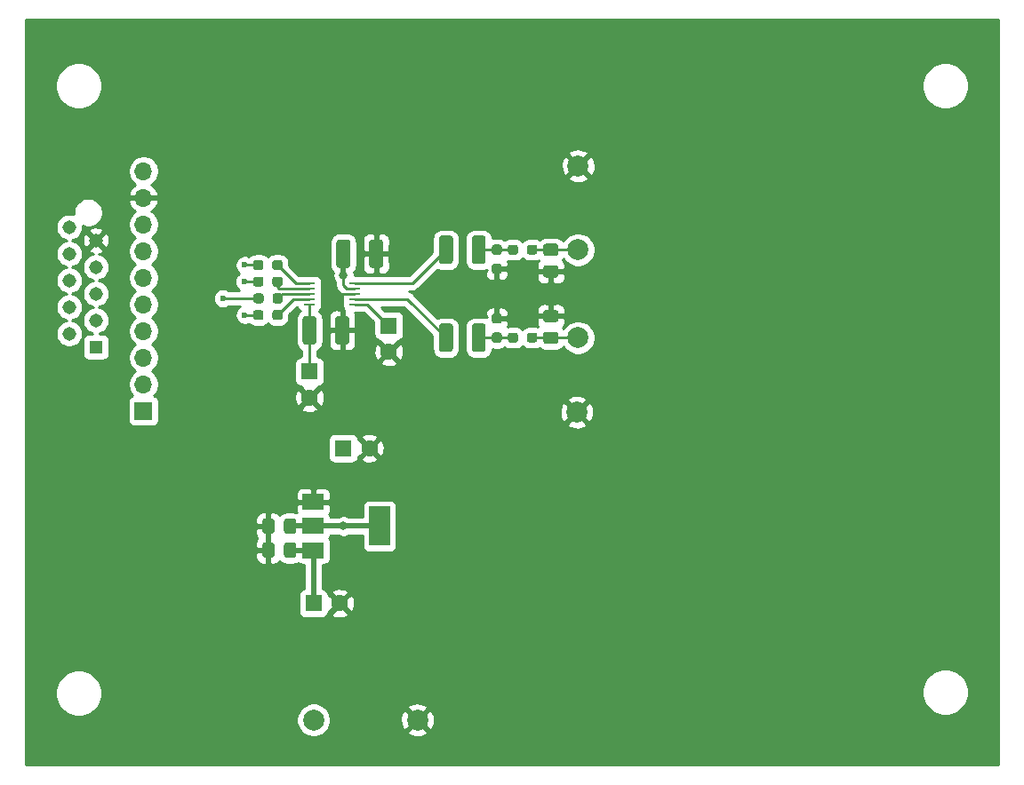
<source format=gbr>
G04 #@! TF.GenerationSoftware,KiCad,Pcbnew,(5.1.10-0-10_14)*
G04 #@! TF.CreationDate,2021-10-25T19:37:06+02:00*
G04 #@! TF.ProjectId,dac-cs4344,6461632d-6373-4343-9334-342e6b696361,rev?*
G04 #@! TF.SameCoordinates,Original*
G04 #@! TF.FileFunction,Copper,L1,Top*
G04 #@! TF.FilePolarity,Positive*
%FSLAX46Y46*%
G04 Gerber Fmt 4.6, Leading zero omitted, Abs format (unit mm)*
G04 Created by KiCad (PCBNEW (5.1.10-0-10_14)) date 2021-10-25 19:37:06*
%MOMM*%
%LPD*%
G01*
G04 APERTURE LIST*
G04 #@! TA.AperFunction,ComponentPad*
%ADD10C,1.600000*%
G04 #@! TD*
G04 #@! TA.AperFunction,ComponentPad*
%ADD11R,1.600000X1.600000*%
G04 #@! TD*
G04 #@! TA.AperFunction,ComponentPad*
%ADD12O,1.700000X1.700000*%
G04 #@! TD*
G04 #@! TA.AperFunction,ComponentPad*
%ADD13R,1.700000X1.700000*%
G04 #@! TD*
G04 #@! TA.AperFunction,ComponentPad*
%ADD14R,1.308000X1.308000*%
G04 #@! TD*
G04 #@! TA.AperFunction,ComponentPad*
%ADD15C,1.308000*%
G04 #@! TD*
G04 #@! TA.AperFunction,ComponentPad*
%ADD16C,2.000000*%
G04 #@! TD*
G04 #@! TA.AperFunction,SMDPad,CuDef*
%ADD17R,1.100000X0.250000*%
G04 #@! TD*
G04 #@! TA.AperFunction,SMDPad,CuDef*
%ADD18R,2.000000X1.500000*%
G04 #@! TD*
G04 #@! TA.AperFunction,SMDPad,CuDef*
%ADD19R,2.000000X3.800000*%
G04 #@! TD*
G04 #@! TA.AperFunction,ViaPad*
%ADD20C,0.800000*%
G04 #@! TD*
G04 #@! TA.AperFunction,ViaPad*
%ADD21C,0.600000*%
G04 #@! TD*
G04 #@! TA.AperFunction,Conductor*
%ADD22C,0.250000*%
G04 #@! TD*
G04 #@! TA.AperFunction,Conductor*
%ADD23C,0.500000*%
G04 #@! TD*
G04 #@! TA.AperFunction,Conductor*
%ADD24C,0.254000*%
G04 #@! TD*
G04 #@! TA.AperFunction,Conductor*
%ADD25C,0.100000*%
G04 #@! TD*
G04 APERTURE END LIST*
D10*
X143192500Y-86955000D03*
D11*
X143192500Y-84455000D03*
D12*
X119824500Y-69723000D03*
X119824500Y-72263000D03*
X119824500Y-74803000D03*
X119824500Y-77343000D03*
X119824500Y-79883000D03*
X119824500Y-82423000D03*
X119824500Y-84963000D03*
X119824500Y-87503000D03*
X119824500Y-90043000D03*
D13*
X119824500Y-92583000D03*
D10*
X141351000Y-96139000D03*
D11*
X138851000Y-96139000D03*
D10*
X138517000Y-110934500D03*
D11*
X136017000Y-110934500D03*
G04 #@! TA.AperFunction,SMDPad,CuDef*
G36*
G01*
X149302500Y-76115999D02*
X149302500Y-78316001D01*
G75*
G02*
X149052501Y-78566000I-249999J0D01*
G01*
X148227499Y-78566000D01*
G75*
G02*
X147977500Y-78316001I0J249999D01*
G01*
X147977500Y-76115999D01*
G75*
G02*
X148227499Y-75866000I249999J0D01*
G01*
X149052501Y-75866000D01*
G75*
G02*
X149302500Y-76115999I0J-249999D01*
G01*
G37*
G04 #@! TD.AperFunction*
G04 #@! TA.AperFunction,SMDPad,CuDef*
G36*
G01*
X152427500Y-76115999D02*
X152427500Y-78316001D01*
G75*
G02*
X152177501Y-78566000I-249999J0D01*
G01*
X151352499Y-78566000D01*
G75*
G02*
X151102500Y-78316001I0J249999D01*
G01*
X151102500Y-76115999D01*
G75*
G02*
X151352499Y-75866000I249999J0D01*
G01*
X152177501Y-75866000D01*
G75*
G02*
X152427500Y-76115999I0J-249999D01*
G01*
G37*
G04 #@! TD.AperFunction*
G04 #@! TA.AperFunction,SMDPad,CuDef*
G36*
G01*
X139523500Y-76496999D02*
X139523500Y-78697001D01*
G75*
G02*
X139273501Y-78947000I-249999J0D01*
G01*
X138448499Y-78947000D01*
G75*
G02*
X138198500Y-78697001I0J249999D01*
G01*
X138198500Y-76496999D01*
G75*
G02*
X138448499Y-76247000I249999J0D01*
G01*
X139273501Y-76247000D01*
G75*
G02*
X139523500Y-76496999I0J-249999D01*
G01*
G37*
G04 #@! TD.AperFunction*
G04 #@! TA.AperFunction,SMDPad,CuDef*
G36*
G01*
X142648500Y-76496999D02*
X142648500Y-78697001D01*
G75*
G02*
X142398501Y-78947000I-249999J0D01*
G01*
X141573499Y-78947000D01*
G75*
G02*
X141323500Y-78697001I0J249999D01*
G01*
X141323500Y-76496999D01*
G75*
G02*
X141573499Y-76247000I249999J0D01*
G01*
X142398501Y-76247000D01*
G75*
G02*
X142648500Y-76496999I0J-249999D01*
G01*
G37*
G04 #@! TD.AperFunction*
G04 #@! TA.AperFunction,SMDPad,CuDef*
G36*
G01*
X149302500Y-84497999D02*
X149302500Y-86698001D01*
G75*
G02*
X149052501Y-86948000I-249999J0D01*
G01*
X148227499Y-86948000D01*
G75*
G02*
X147977500Y-86698001I0J249999D01*
G01*
X147977500Y-84497999D01*
G75*
G02*
X148227499Y-84248000I249999J0D01*
G01*
X149052501Y-84248000D01*
G75*
G02*
X149302500Y-84497999I0J-249999D01*
G01*
G37*
G04 #@! TD.AperFunction*
G04 #@! TA.AperFunction,SMDPad,CuDef*
G36*
G01*
X152427500Y-84497999D02*
X152427500Y-86698001D01*
G75*
G02*
X152177501Y-86948000I-249999J0D01*
G01*
X151352499Y-86948000D01*
G75*
G02*
X151102500Y-86698001I0J249999D01*
G01*
X151102500Y-84497999D01*
G75*
G02*
X151352499Y-84248000I249999J0D01*
G01*
X152177501Y-84248000D01*
G75*
G02*
X152427500Y-84497999I0J-249999D01*
G01*
G37*
G04 #@! TD.AperFunction*
D10*
X135636000Y-91336500D03*
D11*
X135636000Y-88836500D03*
G04 #@! TA.AperFunction,SMDPad,CuDef*
G36*
G01*
X136298500Y-83799499D02*
X136298500Y-85999501D01*
G75*
G02*
X136048501Y-86249500I-249999J0D01*
G01*
X135223499Y-86249500D01*
G75*
G02*
X134973500Y-85999501I0J249999D01*
G01*
X134973500Y-83799499D01*
G75*
G02*
X135223499Y-83549500I249999J0D01*
G01*
X136048501Y-83549500D01*
G75*
G02*
X136298500Y-83799499I0J-249999D01*
G01*
G37*
G04 #@! TD.AperFunction*
G04 #@! TA.AperFunction,SMDPad,CuDef*
G36*
G01*
X139423500Y-83799499D02*
X139423500Y-85999501D01*
G75*
G02*
X139173501Y-86249500I-249999J0D01*
G01*
X138348499Y-86249500D01*
G75*
G02*
X138098500Y-85999501I0J249999D01*
G01*
X138098500Y-83799499D01*
G75*
G02*
X138348499Y-83549500I249999J0D01*
G01*
X139173501Y-83549500D01*
G75*
G02*
X139423500Y-83799499I0J-249999D01*
G01*
G37*
G04 #@! TD.AperFunction*
G04 #@! TA.AperFunction,SMDPad,CuDef*
G36*
G01*
X132100500Y-78914000D02*
X132100500Y-78439000D01*
G75*
G02*
X132338000Y-78201500I237500J0D01*
G01*
X132838000Y-78201500D01*
G75*
G02*
X133075500Y-78439000I0J-237500D01*
G01*
X133075500Y-78914000D01*
G75*
G02*
X132838000Y-79151500I-237500J0D01*
G01*
X132338000Y-79151500D01*
G75*
G02*
X132100500Y-78914000I0J237500D01*
G01*
G37*
G04 #@! TD.AperFunction*
G04 #@! TA.AperFunction,SMDPad,CuDef*
G36*
G01*
X130275500Y-78914000D02*
X130275500Y-78439000D01*
G75*
G02*
X130513000Y-78201500I237500J0D01*
G01*
X131013000Y-78201500D01*
G75*
G02*
X131250500Y-78439000I0J-237500D01*
G01*
X131250500Y-78914000D01*
G75*
G02*
X131013000Y-79151500I-237500J0D01*
G01*
X130513000Y-79151500D01*
G75*
G02*
X130275500Y-78914000I0J237500D01*
G01*
G37*
G04 #@! TD.AperFunction*
G04 #@! TA.AperFunction,SMDPad,CuDef*
G36*
G01*
X132124000Y-82089000D02*
X132124000Y-81614000D01*
G75*
G02*
X132361500Y-81376500I237500J0D01*
G01*
X132861500Y-81376500D01*
G75*
G02*
X133099000Y-81614000I0J-237500D01*
G01*
X133099000Y-82089000D01*
G75*
G02*
X132861500Y-82326500I-237500J0D01*
G01*
X132361500Y-82326500D01*
G75*
G02*
X132124000Y-82089000I0J237500D01*
G01*
G37*
G04 #@! TD.AperFunction*
G04 #@! TA.AperFunction,SMDPad,CuDef*
G36*
G01*
X130299000Y-82089000D02*
X130299000Y-81614000D01*
G75*
G02*
X130536500Y-81376500I237500J0D01*
G01*
X131036500Y-81376500D01*
G75*
G02*
X131274000Y-81614000I0J-237500D01*
G01*
X131274000Y-82089000D01*
G75*
G02*
X131036500Y-82326500I-237500J0D01*
G01*
X130536500Y-82326500D01*
G75*
G02*
X130299000Y-82089000I0J237500D01*
G01*
G37*
G04 #@! TD.AperFunction*
G04 #@! TA.AperFunction,SMDPad,CuDef*
G36*
G01*
X132100500Y-80501500D02*
X132100500Y-80026500D01*
G75*
G02*
X132338000Y-79789000I237500J0D01*
G01*
X132838000Y-79789000D01*
G75*
G02*
X133075500Y-80026500I0J-237500D01*
G01*
X133075500Y-80501500D01*
G75*
G02*
X132838000Y-80739000I-237500J0D01*
G01*
X132338000Y-80739000D01*
G75*
G02*
X132100500Y-80501500I0J237500D01*
G01*
G37*
G04 #@! TD.AperFunction*
G04 #@! TA.AperFunction,SMDPad,CuDef*
G36*
G01*
X130275500Y-80501500D02*
X130275500Y-80026500D01*
G75*
G02*
X130513000Y-79789000I237500J0D01*
G01*
X131013000Y-79789000D01*
G75*
G02*
X131250500Y-80026500I0J-237500D01*
G01*
X131250500Y-80501500D01*
G75*
G02*
X131013000Y-80739000I-237500J0D01*
G01*
X130513000Y-80739000D01*
G75*
G02*
X130275500Y-80501500I0J237500D01*
G01*
G37*
G04 #@! TD.AperFunction*
G04 #@! TA.AperFunction,SMDPad,CuDef*
G36*
G01*
X132100500Y-83676500D02*
X132100500Y-83201500D01*
G75*
G02*
X132338000Y-82964000I237500J0D01*
G01*
X132838000Y-82964000D01*
G75*
G02*
X133075500Y-83201500I0J-237500D01*
G01*
X133075500Y-83676500D01*
G75*
G02*
X132838000Y-83914000I-237500J0D01*
G01*
X132338000Y-83914000D01*
G75*
G02*
X132100500Y-83676500I0J237500D01*
G01*
G37*
G04 #@! TD.AperFunction*
G04 #@! TA.AperFunction,SMDPad,CuDef*
G36*
G01*
X130275500Y-83676500D02*
X130275500Y-83201500D01*
G75*
G02*
X130513000Y-82964000I237500J0D01*
G01*
X131013000Y-82964000D01*
G75*
G02*
X131250500Y-83201500I0J-237500D01*
G01*
X131250500Y-83676500D01*
G75*
G02*
X131013000Y-83914000I-237500J0D01*
G01*
X130513000Y-83914000D01*
G75*
G02*
X130275500Y-83676500I0J237500D01*
G01*
G37*
G04 #@! TD.AperFunction*
G04 #@! TA.AperFunction,SMDPad,CuDef*
G36*
G01*
X156357500Y-77453500D02*
X156357500Y-76978500D01*
G75*
G02*
X156595000Y-76741000I237500J0D01*
G01*
X157095000Y-76741000D01*
G75*
G02*
X157332500Y-76978500I0J-237500D01*
G01*
X157332500Y-77453500D01*
G75*
G02*
X157095000Y-77691000I-237500J0D01*
G01*
X156595000Y-77691000D01*
G75*
G02*
X156357500Y-77453500I0J237500D01*
G01*
G37*
G04 #@! TD.AperFunction*
G04 #@! TA.AperFunction,SMDPad,CuDef*
G36*
G01*
X154532500Y-77453500D02*
X154532500Y-76978500D01*
G75*
G02*
X154770000Y-76741000I237500J0D01*
G01*
X155270000Y-76741000D01*
G75*
G02*
X155507500Y-76978500I0J-237500D01*
G01*
X155507500Y-77453500D01*
G75*
G02*
X155270000Y-77691000I-237500J0D01*
G01*
X154770000Y-77691000D01*
G75*
G02*
X154532500Y-77453500I0J237500D01*
G01*
G37*
G04 #@! TD.AperFunction*
G04 #@! TA.AperFunction,SMDPad,CuDef*
G36*
G01*
X153717000Y-77703500D02*
X153242000Y-77703500D01*
G75*
G02*
X153004500Y-77466000I0J237500D01*
G01*
X153004500Y-76966000D01*
G75*
G02*
X153242000Y-76728500I237500J0D01*
G01*
X153717000Y-76728500D01*
G75*
G02*
X153954500Y-76966000I0J-237500D01*
G01*
X153954500Y-77466000D01*
G75*
G02*
X153717000Y-77703500I-237500J0D01*
G01*
G37*
G04 #@! TD.AperFunction*
G04 #@! TA.AperFunction,SMDPad,CuDef*
G36*
G01*
X153717000Y-79528500D02*
X153242000Y-79528500D01*
G75*
G02*
X153004500Y-79291000I0J237500D01*
G01*
X153004500Y-78791000D01*
G75*
G02*
X153242000Y-78553500I237500J0D01*
G01*
X153717000Y-78553500D01*
G75*
G02*
X153954500Y-78791000I0J-237500D01*
G01*
X153954500Y-79291000D01*
G75*
G02*
X153717000Y-79528500I-237500J0D01*
G01*
G37*
G04 #@! TD.AperFunction*
G04 #@! TA.AperFunction,SMDPad,CuDef*
G36*
G01*
X153242000Y-85110500D02*
X153717000Y-85110500D01*
G75*
G02*
X153954500Y-85348000I0J-237500D01*
G01*
X153954500Y-85848000D01*
G75*
G02*
X153717000Y-86085500I-237500J0D01*
G01*
X153242000Y-86085500D01*
G75*
G02*
X153004500Y-85848000I0J237500D01*
G01*
X153004500Y-85348000D01*
G75*
G02*
X153242000Y-85110500I237500J0D01*
G01*
G37*
G04 #@! TD.AperFunction*
G04 #@! TA.AperFunction,SMDPad,CuDef*
G36*
G01*
X153242000Y-83285500D02*
X153717000Y-83285500D01*
G75*
G02*
X153954500Y-83523000I0J-237500D01*
G01*
X153954500Y-84023000D01*
G75*
G02*
X153717000Y-84260500I-237500J0D01*
G01*
X153242000Y-84260500D01*
G75*
G02*
X153004500Y-84023000I0J237500D01*
G01*
X153004500Y-83523000D01*
G75*
G02*
X153242000Y-83285500I237500J0D01*
G01*
G37*
G04 #@! TD.AperFunction*
D14*
X115294000Y-86490000D03*
D15*
X112754000Y-85220000D03*
X115294000Y-83950000D03*
X112754000Y-82680000D03*
X115294000Y-81410000D03*
X112754000Y-80140000D03*
X115294000Y-78870000D03*
X112754000Y-77600000D03*
X115294000Y-76330000D03*
X112754000Y-75060000D03*
D16*
X161226500Y-77216000D03*
X161099500Y-92710000D03*
X161226500Y-85598000D03*
D17*
X139945000Y-80407000D03*
X139945000Y-80907000D03*
X139945000Y-81407000D03*
X139945000Y-81907000D03*
X139945000Y-82407000D03*
X135645000Y-82407000D03*
X135645000Y-81907000D03*
X135645000Y-81407000D03*
X135645000Y-80907000D03*
X135645000Y-80407000D03*
G04 #@! TA.AperFunction,SMDPad,CuDef*
G36*
G01*
X159098000Y-77803500D02*
X158148000Y-77803500D01*
G75*
G02*
X157898000Y-77553500I0J250000D01*
G01*
X157898000Y-76878500D01*
G75*
G02*
X158148000Y-76628500I250000J0D01*
G01*
X159098000Y-76628500D01*
G75*
G02*
X159348000Y-76878500I0J-250000D01*
G01*
X159348000Y-77553500D01*
G75*
G02*
X159098000Y-77803500I-250000J0D01*
G01*
G37*
G04 #@! TD.AperFunction*
G04 #@! TA.AperFunction,SMDPad,CuDef*
G36*
G01*
X159098000Y-79878500D02*
X158148000Y-79878500D01*
G75*
G02*
X157898000Y-79628500I0J250000D01*
G01*
X157898000Y-78953500D01*
G75*
G02*
X158148000Y-78703500I250000J0D01*
G01*
X159098000Y-78703500D01*
G75*
G02*
X159348000Y-78953500I0J-250000D01*
G01*
X159348000Y-79628500D01*
G75*
G02*
X159098000Y-79878500I-250000J0D01*
G01*
G37*
G04 #@! TD.AperFunction*
G04 #@! TA.AperFunction,SMDPad,CuDef*
G36*
G01*
X156357500Y-85835500D02*
X156357500Y-85360500D01*
G75*
G02*
X156595000Y-85123000I237500J0D01*
G01*
X157095000Y-85123000D01*
G75*
G02*
X157332500Y-85360500I0J-237500D01*
G01*
X157332500Y-85835500D01*
G75*
G02*
X157095000Y-86073000I-237500J0D01*
G01*
X156595000Y-86073000D01*
G75*
G02*
X156357500Y-85835500I0J237500D01*
G01*
G37*
G04 #@! TD.AperFunction*
G04 #@! TA.AperFunction,SMDPad,CuDef*
G36*
G01*
X154532500Y-85835500D02*
X154532500Y-85360500D01*
G75*
G02*
X154770000Y-85123000I237500J0D01*
G01*
X155270000Y-85123000D01*
G75*
G02*
X155507500Y-85360500I0J-237500D01*
G01*
X155507500Y-85835500D01*
G75*
G02*
X155270000Y-86073000I-237500J0D01*
G01*
X154770000Y-86073000D01*
G75*
G02*
X154532500Y-85835500I0J237500D01*
G01*
G37*
G04 #@! TD.AperFunction*
D16*
X161226500Y-69215000D03*
G04 #@! TA.AperFunction,SMDPad,CuDef*
G36*
G01*
X158148000Y-85032000D02*
X159098000Y-85032000D01*
G75*
G02*
X159348000Y-85282000I0J-250000D01*
G01*
X159348000Y-85957000D01*
G75*
G02*
X159098000Y-86207000I-250000J0D01*
G01*
X158148000Y-86207000D01*
G75*
G02*
X157898000Y-85957000I0J250000D01*
G01*
X157898000Y-85282000D01*
G75*
G02*
X158148000Y-85032000I250000J0D01*
G01*
G37*
G04 #@! TD.AperFunction*
G04 #@! TA.AperFunction,SMDPad,CuDef*
G36*
G01*
X158148000Y-82957000D02*
X159098000Y-82957000D01*
G75*
G02*
X159348000Y-83207000I0J-250000D01*
G01*
X159348000Y-83882000D01*
G75*
G02*
X159098000Y-84132000I-250000J0D01*
G01*
X158148000Y-84132000D01*
G75*
G02*
X157898000Y-83882000I0J250000D01*
G01*
X157898000Y-83207000D01*
G75*
G02*
X158148000Y-82957000I250000J0D01*
G01*
G37*
G04 #@! TD.AperFunction*
X136017000Y-122047000D03*
D18*
X136003500Y-101268500D03*
X136003500Y-105868500D03*
X136003500Y-103568500D03*
D19*
X142303500Y-103568500D03*
G04 #@! TA.AperFunction,SMDPad,CuDef*
G36*
G01*
X132307000Y-103093500D02*
X132307000Y-104043500D01*
G75*
G02*
X132057000Y-104293500I-250000J0D01*
G01*
X131382000Y-104293500D01*
G75*
G02*
X131132000Y-104043500I0J250000D01*
G01*
X131132000Y-103093500D01*
G75*
G02*
X131382000Y-102843500I250000J0D01*
G01*
X132057000Y-102843500D01*
G75*
G02*
X132307000Y-103093500I0J-250000D01*
G01*
G37*
G04 #@! TD.AperFunction*
G04 #@! TA.AperFunction,SMDPad,CuDef*
G36*
G01*
X134382000Y-103093500D02*
X134382000Y-104043500D01*
G75*
G02*
X134132000Y-104293500I-250000J0D01*
G01*
X133457000Y-104293500D01*
G75*
G02*
X133207000Y-104043500I0J250000D01*
G01*
X133207000Y-103093500D01*
G75*
G02*
X133457000Y-102843500I250000J0D01*
G01*
X134132000Y-102843500D01*
G75*
G02*
X134382000Y-103093500I0J-250000D01*
G01*
G37*
G04 #@! TD.AperFunction*
G04 #@! TA.AperFunction,SMDPad,CuDef*
G36*
G01*
X132307000Y-105379500D02*
X132307000Y-106329500D01*
G75*
G02*
X132057000Y-106579500I-250000J0D01*
G01*
X131382000Y-106579500D01*
G75*
G02*
X131132000Y-106329500I0J250000D01*
G01*
X131132000Y-105379500D01*
G75*
G02*
X131382000Y-105129500I250000J0D01*
G01*
X132057000Y-105129500D01*
G75*
G02*
X132307000Y-105379500I0J-250000D01*
G01*
G37*
G04 #@! TD.AperFunction*
G04 #@! TA.AperFunction,SMDPad,CuDef*
G36*
G01*
X134382000Y-105379500D02*
X134382000Y-106329500D01*
G75*
G02*
X134132000Y-106579500I-250000J0D01*
G01*
X133457000Y-106579500D01*
G75*
G02*
X133207000Y-106329500I0J250000D01*
G01*
X133207000Y-105379500D01*
G75*
G02*
X133457000Y-105129500I250000J0D01*
G01*
X134132000Y-105129500D01*
G75*
G02*
X134382000Y-105379500I0J-250000D01*
G01*
G37*
G04 #@! TD.AperFunction*
D16*
X145923000Y-122047000D03*
D20*
X137604500Y-81407000D03*
X138874500Y-79629000D03*
X138874500Y-103568500D03*
D21*
X127381000Y-81851500D03*
X129413000Y-80264000D03*
X129476500Y-83439000D03*
X129476500Y-78676500D03*
D22*
X135645000Y-84890500D02*
X135636000Y-84899500D01*
X135645000Y-82407000D02*
X135645000Y-84890500D01*
X135636000Y-84899500D02*
X135636000Y-88836500D01*
X139945000Y-81407000D02*
X137604500Y-81407000D01*
X138874500Y-80596502D02*
X138874500Y-79629000D01*
X139184998Y-80907000D02*
X138874500Y-80596502D01*
X139945000Y-80907000D02*
X139184998Y-80907000D01*
D23*
X138874500Y-77610500D02*
X138861000Y-77597000D01*
X138874500Y-79629000D02*
X138874500Y-77610500D01*
X136003500Y-103568500D02*
X138874500Y-103568500D01*
X138874500Y-103568500D02*
X142303500Y-103568500D01*
X136003500Y-103568500D02*
X133794500Y-103568500D01*
D22*
X132756000Y-80907000D02*
X135645000Y-80907000D01*
X132588000Y-80739000D02*
X132756000Y-80907000D01*
X132588000Y-80264000D02*
X132588000Y-80739000D01*
X133056000Y-81407000D02*
X135645000Y-81407000D01*
X132611500Y-81851500D02*
X133056000Y-81407000D01*
X134318500Y-80407000D02*
X132588000Y-78676500D01*
X135645000Y-80407000D02*
X134318500Y-80407000D01*
X151765000Y-85598000D02*
X153479500Y-85598000D01*
X153479500Y-85598000D02*
X155020000Y-85598000D01*
X158601500Y-85598000D02*
X158623000Y-85619500D01*
X156845000Y-85598000D02*
X158601500Y-85598000D01*
X161205000Y-85619500D02*
X161226500Y-85598000D01*
X158623000Y-85619500D02*
X161205000Y-85619500D01*
X141144500Y-82407000D02*
X143192500Y-84455000D01*
X139945000Y-82407000D02*
X141144500Y-82407000D01*
X144949000Y-81907000D02*
X148640000Y-85598000D01*
X139945000Y-81907000D02*
X144949000Y-81907000D01*
X145449000Y-80407000D02*
X148640000Y-77216000D01*
X139945000Y-80407000D02*
X145449000Y-80407000D01*
X151765000Y-77216000D02*
X153479500Y-77216000D01*
X153479500Y-77216000D02*
X155020000Y-77216000D01*
X156845000Y-77216000D02*
X158623000Y-77216000D01*
X158623000Y-77216000D02*
X161226500Y-77216000D01*
X134120000Y-81907000D02*
X135645000Y-81907000D01*
X132588000Y-83439000D02*
X134120000Y-81907000D01*
X130786500Y-81851500D02*
X127381000Y-81851500D01*
X130763000Y-80264000D02*
X129413000Y-80264000D01*
X130763000Y-83439000D02*
X129476500Y-83439000D01*
D23*
X133808500Y-105868500D02*
X133794500Y-105854500D01*
X136003500Y-105868500D02*
X133808500Y-105868500D01*
X136017000Y-105882000D02*
X136003500Y-105868500D01*
X136017000Y-110934500D02*
X136017000Y-105882000D01*
D22*
X130763000Y-78676500D02*
X129476500Y-78676500D01*
D24*
X201270001Y-126340000D02*
X108610000Y-126340000D01*
X108610000Y-121885967D01*
X134382000Y-121885967D01*
X134382000Y-122208033D01*
X134444832Y-122523912D01*
X134568082Y-122821463D01*
X134747013Y-123089252D01*
X134974748Y-123316987D01*
X135242537Y-123495918D01*
X135540088Y-123619168D01*
X135855967Y-123682000D01*
X136178033Y-123682000D01*
X136493912Y-123619168D01*
X136791463Y-123495918D01*
X137059252Y-123316987D01*
X137193826Y-123182413D01*
X144967192Y-123182413D01*
X145062956Y-123446814D01*
X145352571Y-123587704D01*
X145664108Y-123669384D01*
X145985595Y-123688718D01*
X146304675Y-123644961D01*
X146609088Y-123539795D01*
X146783044Y-123446814D01*
X146878808Y-123182413D01*
X145923000Y-122226605D01*
X144967192Y-123182413D01*
X137193826Y-123182413D01*
X137286987Y-123089252D01*
X137465918Y-122821463D01*
X137589168Y-122523912D01*
X137652000Y-122208033D01*
X137652000Y-122109595D01*
X144281282Y-122109595D01*
X144325039Y-122428675D01*
X144430205Y-122733088D01*
X144523186Y-122907044D01*
X144787587Y-123002808D01*
X145743395Y-122047000D01*
X146102605Y-122047000D01*
X147058413Y-123002808D01*
X147322814Y-122907044D01*
X147463704Y-122617429D01*
X147545384Y-122305892D01*
X147564718Y-121984405D01*
X147520961Y-121665325D01*
X147415795Y-121360912D01*
X147322814Y-121186956D01*
X147058413Y-121091192D01*
X146102605Y-122047000D01*
X145743395Y-122047000D01*
X144787587Y-121091192D01*
X144523186Y-121186956D01*
X144382296Y-121476571D01*
X144300616Y-121788108D01*
X144281282Y-122109595D01*
X137652000Y-122109595D01*
X137652000Y-121885967D01*
X137589168Y-121570088D01*
X137465918Y-121272537D01*
X137286987Y-121004748D01*
X137193826Y-120911587D01*
X144967192Y-120911587D01*
X145923000Y-121867395D01*
X146878808Y-120911587D01*
X146783044Y-120647186D01*
X146493429Y-120506296D01*
X146181892Y-120424616D01*
X145860405Y-120405282D01*
X145541325Y-120449039D01*
X145236912Y-120554205D01*
X145062956Y-120647186D01*
X144967192Y-120911587D01*
X137193826Y-120911587D01*
X137059252Y-120777013D01*
X136791463Y-120598082D01*
X136493912Y-120474832D01*
X136178033Y-120412000D01*
X135855967Y-120412000D01*
X135540088Y-120474832D01*
X135242537Y-120598082D01*
X134974748Y-120777013D01*
X134747013Y-121004748D01*
X134568082Y-121272537D01*
X134444832Y-121570088D01*
X134382000Y-121885967D01*
X108610000Y-121885967D01*
X108610000Y-119286872D01*
X111430000Y-119286872D01*
X111430000Y-119727128D01*
X111515890Y-120158925D01*
X111684369Y-120565669D01*
X111928962Y-120931729D01*
X112240271Y-121243038D01*
X112606331Y-121487631D01*
X113013075Y-121656110D01*
X113444872Y-121742000D01*
X113885128Y-121742000D01*
X114316925Y-121656110D01*
X114723669Y-121487631D01*
X115089729Y-121243038D01*
X115401038Y-120931729D01*
X115645631Y-120565669D01*
X115814110Y-120158925D01*
X115900000Y-119727128D01*
X115900000Y-119286872D01*
X115874739Y-119159872D01*
X193980000Y-119159872D01*
X193980000Y-119600128D01*
X194065890Y-120031925D01*
X194234369Y-120438669D01*
X194478962Y-120804729D01*
X194790271Y-121116038D01*
X195156331Y-121360631D01*
X195563075Y-121529110D01*
X195994872Y-121615000D01*
X196435128Y-121615000D01*
X196866925Y-121529110D01*
X197273669Y-121360631D01*
X197639729Y-121116038D01*
X197951038Y-120804729D01*
X198195631Y-120438669D01*
X198364110Y-120031925D01*
X198450000Y-119600128D01*
X198450000Y-119159872D01*
X198364110Y-118728075D01*
X198195631Y-118321331D01*
X197951038Y-117955271D01*
X197639729Y-117643962D01*
X197273669Y-117399369D01*
X196866925Y-117230890D01*
X196435128Y-117145000D01*
X195994872Y-117145000D01*
X195563075Y-117230890D01*
X195156331Y-117399369D01*
X194790271Y-117643962D01*
X194478962Y-117955271D01*
X194234369Y-118321331D01*
X194065890Y-118728075D01*
X193980000Y-119159872D01*
X115874739Y-119159872D01*
X115814110Y-118855075D01*
X115645631Y-118448331D01*
X115401038Y-118082271D01*
X115089729Y-117770962D01*
X114723669Y-117526369D01*
X114316925Y-117357890D01*
X113885128Y-117272000D01*
X113444872Y-117272000D01*
X113013075Y-117357890D01*
X112606331Y-117526369D01*
X112240271Y-117770962D01*
X111928962Y-118082271D01*
X111684369Y-118448331D01*
X111515890Y-118855075D01*
X111430000Y-119286872D01*
X108610000Y-119286872D01*
X108610000Y-106579500D01*
X130493928Y-106579500D01*
X130506188Y-106703982D01*
X130542498Y-106823680D01*
X130601463Y-106933994D01*
X130680815Y-107030685D01*
X130777506Y-107110037D01*
X130887820Y-107169002D01*
X131007518Y-107205312D01*
X131132000Y-107217572D01*
X131433750Y-107214500D01*
X131592500Y-107055750D01*
X131592500Y-105981500D01*
X130655750Y-105981500D01*
X130497000Y-106140250D01*
X130493928Y-106579500D01*
X108610000Y-106579500D01*
X108610000Y-104293500D01*
X130493928Y-104293500D01*
X130506188Y-104417982D01*
X130542498Y-104537680D01*
X130601463Y-104647994D01*
X130653581Y-104711500D01*
X130601463Y-104775006D01*
X130542498Y-104885320D01*
X130506188Y-105005018D01*
X130493928Y-105129500D01*
X130497000Y-105568750D01*
X130655750Y-105727500D01*
X131592500Y-105727500D01*
X131592500Y-103695500D01*
X130655750Y-103695500D01*
X130497000Y-103854250D01*
X130493928Y-104293500D01*
X108610000Y-104293500D01*
X108610000Y-102843500D01*
X130493928Y-102843500D01*
X130497000Y-103282750D01*
X130655750Y-103441500D01*
X131592500Y-103441500D01*
X131592500Y-102367250D01*
X131846500Y-102367250D01*
X131846500Y-103441500D01*
X131866500Y-103441500D01*
X131866500Y-103695500D01*
X131846500Y-103695500D01*
X131846500Y-105727500D01*
X131866500Y-105727500D01*
X131866500Y-105981500D01*
X131846500Y-105981500D01*
X131846500Y-107055750D01*
X132005250Y-107214500D01*
X132307000Y-107217572D01*
X132431482Y-107205312D01*
X132551180Y-107169002D01*
X132661494Y-107110037D01*
X132758185Y-107030685D01*
X132823658Y-106950906D01*
X132829038Y-106957462D01*
X132963614Y-107067905D01*
X133117150Y-107149972D01*
X133283746Y-107200508D01*
X133457000Y-107217572D01*
X134132000Y-107217572D01*
X134305254Y-107200508D01*
X134471850Y-107149972D01*
X134579822Y-107092259D01*
X134649006Y-107149037D01*
X134759320Y-107208002D01*
X134879018Y-107244312D01*
X135003500Y-107256572D01*
X135132001Y-107256572D01*
X135132000Y-109504799D01*
X135092518Y-109508688D01*
X134972820Y-109544998D01*
X134862506Y-109603963D01*
X134765815Y-109683315D01*
X134686463Y-109780006D01*
X134627498Y-109890320D01*
X134591188Y-110010018D01*
X134578928Y-110134500D01*
X134578928Y-111734500D01*
X134591188Y-111858982D01*
X134627498Y-111978680D01*
X134686463Y-112088994D01*
X134765815Y-112185685D01*
X134862506Y-112265037D01*
X134972820Y-112324002D01*
X135092518Y-112360312D01*
X135217000Y-112372572D01*
X136817000Y-112372572D01*
X136941482Y-112360312D01*
X137061180Y-112324002D01*
X137171494Y-112265037D01*
X137268185Y-112185685D01*
X137347537Y-112088994D01*
X137406502Y-111978680D01*
X137422117Y-111927202D01*
X137703903Y-111927202D01*
X137775486Y-112171171D01*
X138030996Y-112292071D01*
X138305184Y-112360800D01*
X138587512Y-112374717D01*
X138867130Y-112333287D01*
X139133292Y-112238103D01*
X139258514Y-112171171D01*
X139330097Y-111927202D01*
X138517000Y-111114105D01*
X137703903Y-111927202D01*
X137422117Y-111927202D01*
X137442812Y-111858982D01*
X137455072Y-111734500D01*
X137455072Y-111727285D01*
X137524298Y-111747597D01*
X138337395Y-110934500D01*
X138696605Y-110934500D01*
X139509702Y-111747597D01*
X139753671Y-111676014D01*
X139874571Y-111420504D01*
X139943300Y-111146316D01*
X139957217Y-110863988D01*
X139915787Y-110584370D01*
X139820603Y-110318208D01*
X139753671Y-110192986D01*
X139509702Y-110121403D01*
X138696605Y-110934500D01*
X138337395Y-110934500D01*
X137524298Y-110121403D01*
X137455072Y-110141715D01*
X137455072Y-110134500D01*
X137442812Y-110010018D01*
X137422118Y-109941798D01*
X137703903Y-109941798D01*
X138517000Y-110754895D01*
X139330097Y-109941798D01*
X139258514Y-109697829D01*
X139003004Y-109576929D01*
X138728816Y-109508200D01*
X138446488Y-109494283D01*
X138166870Y-109535713D01*
X137900708Y-109630897D01*
X137775486Y-109697829D01*
X137703903Y-109941798D01*
X137422118Y-109941798D01*
X137406502Y-109890320D01*
X137347537Y-109780006D01*
X137268185Y-109683315D01*
X137171494Y-109603963D01*
X137061180Y-109544998D01*
X136941482Y-109508688D01*
X136902000Y-109504799D01*
X136902000Y-107256572D01*
X137003500Y-107256572D01*
X137127982Y-107244312D01*
X137247680Y-107208002D01*
X137357994Y-107149037D01*
X137454685Y-107069685D01*
X137534037Y-106972994D01*
X137593002Y-106862680D01*
X137629312Y-106742982D01*
X137641572Y-106618500D01*
X137641572Y-105118500D01*
X137629312Y-104994018D01*
X137593002Y-104874320D01*
X137534037Y-104764006D01*
X137496691Y-104718500D01*
X137534037Y-104672994D01*
X137593002Y-104562680D01*
X137626121Y-104453500D01*
X138336046Y-104453500D01*
X138384244Y-104485705D01*
X138572602Y-104563726D01*
X138772561Y-104603500D01*
X138976439Y-104603500D01*
X139176398Y-104563726D01*
X139364756Y-104485705D01*
X139412954Y-104453500D01*
X140665428Y-104453500D01*
X140665428Y-105468500D01*
X140677688Y-105592982D01*
X140713998Y-105712680D01*
X140772963Y-105822994D01*
X140852315Y-105919685D01*
X140949006Y-105999037D01*
X141059320Y-106058002D01*
X141179018Y-106094312D01*
X141303500Y-106106572D01*
X143303500Y-106106572D01*
X143427982Y-106094312D01*
X143547680Y-106058002D01*
X143657994Y-105999037D01*
X143754685Y-105919685D01*
X143834037Y-105822994D01*
X143893002Y-105712680D01*
X143929312Y-105592982D01*
X143941572Y-105468500D01*
X143941572Y-101668500D01*
X143929312Y-101544018D01*
X143893002Y-101424320D01*
X143834037Y-101314006D01*
X143754685Y-101217315D01*
X143657994Y-101137963D01*
X143547680Y-101078998D01*
X143427982Y-101042688D01*
X143303500Y-101030428D01*
X141303500Y-101030428D01*
X141179018Y-101042688D01*
X141059320Y-101078998D01*
X140949006Y-101137963D01*
X140852315Y-101217315D01*
X140772963Y-101314006D01*
X140713998Y-101424320D01*
X140677688Y-101544018D01*
X140665428Y-101668500D01*
X140665428Y-102683500D01*
X139412954Y-102683500D01*
X139364756Y-102651295D01*
X139176398Y-102573274D01*
X138976439Y-102533500D01*
X138772561Y-102533500D01*
X138572602Y-102573274D01*
X138384244Y-102651295D01*
X138336046Y-102683500D01*
X137626121Y-102683500D01*
X137593002Y-102574320D01*
X137534037Y-102464006D01*
X137496691Y-102418500D01*
X137534037Y-102372994D01*
X137593002Y-102262680D01*
X137629312Y-102142982D01*
X137641572Y-102018500D01*
X137638500Y-101554250D01*
X137479750Y-101395500D01*
X136130500Y-101395500D01*
X136130500Y-101415500D01*
X135876500Y-101415500D01*
X135876500Y-101395500D01*
X134527250Y-101395500D01*
X134368500Y-101554250D01*
X134365428Y-102018500D01*
X134377688Y-102142982D01*
X134411592Y-102254749D01*
X134305254Y-102222492D01*
X134132000Y-102205428D01*
X133457000Y-102205428D01*
X133283746Y-102222492D01*
X133117150Y-102273028D01*
X132963614Y-102355095D01*
X132829038Y-102465538D01*
X132823658Y-102472094D01*
X132758185Y-102392315D01*
X132661494Y-102312963D01*
X132551180Y-102253998D01*
X132431482Y-102217688D01*
X132307000Y-102205428D01*
X132005250Y-102208500D01*
X131846500Y-102367250D01*
X131592500Y-102367250D01*
X131433750Y-102208500D01*
X131132000Y-102205428D01*
X131007518Y-102217688D01*
X130887820Y-102253998D01*
X130777506Y-102312963D01*
X130680815Y-102392315D01*
X130601463Y-102489006D01*
X130542498Y-102599320D01*
X130506188Y-102719018D01*
X130493928Y-102843500D01*
X108610000Y-102843500D01*
X108610000Y-100518500D01*
X134365428Y-100518500D01*
X134368500Y-100982750D01*
X134527250Y-101141500D01*
X135876500Y-101141500D01*
X135876500Y-100042250D01*
X136130500Y-100042250D01*
X136130500Y-101141500D01*
X137479750Y-101141500D01*
X137638500Y-100982750D01*
X137641572Y-100518500D01*
X137629312Y-100394018D01*
X137593002Y-100274320D01*
X137534037Y-100164006D01*
X137454685Y-100067315D01*
X137357994Y-99987963D01*
X137247680Y-99928998D01*
X137127982Y-99892688D01*
X137003500Y-99880428D01*
X136289250Y-99883500D01*
X136130500Y-100042250D01*
X135876500Y-100042250D01*
X135717750Y-99883500D01*
X135003500Y-99880428D01*
X134879018Y-99892688D01*
X134759320Y-99928998D01*
X134649006Y-99987963D01*
X134552315Y-100067315D01*
X134472963Y-100164006D01*
X134413998Y-100274320D01*
X134377688Y-100394018D01*
X134365428Y-100518500D01*
X108610000Y-100518500D01*
X108610000Y-95339000D01*
X137412928Y-95339000D01*
X137412928Y-96939000D01*
X137425188Y-97063482D01*
X137461498Y-97183180D01*
X137520463Y-97293494D01*
X137599815Y-97390185D01*
X137696506Y-97469537D01*
X137806820Y-97528502D01*
X137926518Y-97564812D01*
X138051000Y-97577072D01*
X139651000Y-97577072D01*
X139775482Y-97564812D01*
X139895180Y-97528502D01*
X140005494Y-97469537D01*
X140102185Y-97390185D01*
X140181537Y-97293494D01*
X140240502Y-97183180D01*
X140256117Y-97131702D01*
X140537903Y-97131702D01*
X140609486Y-97375671D01*
X140864996Y-97496571D01*
X141139184Y-97565300D01*
X141421512Y-97579217D01*
X141701130Y-97537787D01*
X141967292Y-97442603D01*
X142092514Y-97375671D01*
X142164097Y-97131702D01*
X141351000Y-96318605D01*
X140537903Y-97131702D01*
X140256117Y-97131702D01*
X140276812Y-97063482D01*
X140289072Y-96939000D01*
X140289072Y-96931785D01*
X140358298Y-96952097D01*
X141171395Y-96139000D01*
X141530605Y-96139000D01*
X142343702Y-96952097D01*
X142587671Y-96880514D01*
X142708571Y-96625004D01*
X142777300Y-96350816D01*
X142791217Y-96068488D01*
X142749787Y-95788870D01*
X142654603Y-95522708D01*
X142587671Y-95397486D01*
X142343702Y-95325903D01*
X141530605Y-96139000D01*
X141171395Y-96139000D01*
X140358298Y-95325903D01*
X140289072Y-95346215D01*
X140289072Y-95339000D01*
X140276812Y-95214518D01*
X140256118Y-95146298D01*
X140537903Y-95146298D01*
X141351000Y-95959395D01*
X142164097Y-95146298D01*
X142092514Y-94902329D01*
X141837004Y-94781429D01*
X141562816Y-94712700D01*
X141280488Y-94698783D01*
X141000870Y-94740213D01*
X140734708Y-94835397D01*
X140609486Y-94902329D01*
X140537903Y-95146298D01*
X140256118Y-95146298D01*
X140240502Y-95094820D01*
X140181537Y-94984506D01*
X140102185Y-94887815D01*
X140005494Y-94808463D01*
X139895180Y-94749498D01*
X139775482Y-94713188D01*
X139651000Y-94700928D01*
X138051000Y-94700928D01*
X137926518Y-94713188D01*
X137806820Y-94749498D01*
X137696506Y-94808463D01*
X137599815Y-94887815D01*
X137520463Y-94984506D01*
X137461498Y-95094820D01*
X137425188Y-95214518D01*
X137412928Y-95339000D01*
X108610000Y-95339000D01*
X108610000Y-91733000D01*
X118336428Y-91733000D01*
X118336428Y-93433000D01*
X118348688Y-93557482D01*
X118384998Y-93677180D01*
X118443963Y-93787494D01*
X118523315Y-93884185D01*
X118620006Y-93963537D01*
X118730320Y-94022502D01*
X118850018Y-94058812D01*
X118974500Y-94071072D01*
X120674500Y-94071072D01*
X120798982Y-94058812D01*
X120918680Y-94022502D01*
X121028994Y-93963537D01*
X121125685Y-93884185D01*
X121157504Y-93845413D01*
X160143692Y-93845413D01*
X160239456Y-94109814D01*
X160529071Y-94250704D01*
X160840608Y-94332384D01*
X161162095Y-94351718D01*
X161481175Y-94307961D01*
X161785588Y-94202795D01*
X161959544Y-94109814D01*
X162055308Y-93845413D01*
X161099500Y-92889605D01*
X160143692Y-93845413D01*
X121157504Y-93845413D01*
X121205037Y-93787494D01*
X121264002Y-93677180D01*
X121300312Y-93557482D01*
X121312572Y-93433000D01*
X121312572Y-92329202D01*
X134822903Y-92329202D01*
X134894486Y-92573171D01*
X135149996Y-92694071D01*
X135424184Y-92762800D01*
X135706512Y-92776717D01*
X135734332Y-92772595D01*
X159457782Y-92772595D01*
X159501539Y-93091675D01*
X159606705Y-93396088D01*
X159699686Y-93570044D01*
X159964087Y-93665808D01*
X160919895Y-92710000D01*
X161279105Y-92710000D01*
X162234913Y-93665808D01*
X162499314Y-93570044D01*
X162640204Y-93280429D01*
X162721884Y-92968892D01*
X162741218Y-92647405D01*
X162697461Y-92328325D01*
X162592295Y-92023912D01*
X162499314Y-91849956D01*
X162234913Y-91754192D01*
X161279105Y-92710000D01*
X160919895Y-92710000D01*
X159964087Y-91754192D01*
X159699686Y-91849956D01*
X159558796Y-92139571D01*
X159477116Y-92451108D01*
X159457782Y-92772595D01*
X135734332Y-92772595D01*
X135986130Y-92735287D01*
X136252292Y-92640103D01*
X136377514Y-92573171D01*
X136449097Y-92329202D01*
X135636000Y-91516105D01*
X134822903Y-92329202D01*
X121312572Y-92329202D01*
X121312572Y-91733000D01*
X121300312Y-91608518D01*
X121264002Y-91488820D01*
X121220275Y-91407012D01*
X134195783Y-91407012D01*
X134237213Y-91686630D01*
X134332397Y-91952792D01*
X134399329Y-92078014D01*
X134643298Y-92149597D01*
X135456395Y-91336500D01*
X135815605Y-91336500D01*
X136628702Y-92149597D01*
X136872671Y-92078014D01*
X136993571Y-91822504D01*
X137055714Y-91574587D01*
X160143692Y-91574587D01*
X161099500Y-92530395D01*
X162055308Y-91574587D01*
X161959544Y-91310186D01*
X161669929Y-91169296D01*
X161358392Y-91087616D01*
X161036905Y-91068282D01*
X160717825Y-91112039D01*
X160413412Y-91217205D01*
X160239456Y-91310186D01*
X160143692Y-91574587D01*
X137055714Y-91574587D01*
X137062300Y-91548316D01*
X137076217Y-91265988D01*
X137034787Y-90986370D01*
X136939603Y-90720208D01*
X136872671Y-90594986D01*
X136628702Y-90523403D01*
X135815605Y-91336500D01*
X135456395Y-91336500D01*
X134643298Y-90523403D01*
X134399329Y-90594986D01*
X134278429Y-90850496D01*
X134209700Y-91124684D01*
X134195783Y-91407012D01*
X121220275Y-91407012D01*
X121205037Y-91378506D01*
X121125685Y-91281815D01*
X121028994Y-91202463D01*
X120918680Y-91143498D01*
X120846120Y-91121487D01*
X120977975Y-90989632D01*
X121140490Y-90746411D01*
X121252432Y-90476158D01*
X121309500Y-90189260D01*
X121309500Y-89896740D01*
X121252432Y-89609842D01*
X121140490Y-89339589D01*
X120977975Y-89096368D01*
X120771132Y-88889525D01*
X120596740Y-88773000D01*
X120771132Y-88656475D01*
X120977975Y-88449632D01*
X121140490Y-88206411D01*
X121252432Y-87936158D01*
X121309500Y-87649260D01*
X121309500Y-87356740D01*
X121252432Y-87069842D01*
X121140490Y-86799589D01*
X120977975Y-86556368D01*
X120771132Y-86349525D01*
X120596740Y-86233000D01*
X120771132Y-86116475D01*
X120977975Y-85909632D01*
X121140490Y-85666411D01*
X121252432Y-85396158D01*
X121309500Y-85109260D01*
X121309500Y-84816740D01*
X121252432Y-84529842D01*
X121140490Y-84259589D01*
X120977975Y-84016368D01*
X120771132Y-83809525D01*
X120596740Y-83693000D01*
X120771132Y-83576475D01*
X120977975Y-83369632D01*
X121140490Y-83126411D01*
X121252432Y-82856158D01*
X121309500Y-82569260D01*
X121309500Y-82276740D01*
X121252432Y-81989842D01*
X121156985Y-81759411D01*
X126446000Y-81759411D01*
X126446000Y-81943589D01*
X126481932Y-82124229D01*
X126552414Y-82294389D01*
X126654738Y-82447528D01*
X126784972Y-82577762D01*
X126938111Y-82680086D01*
X127108271Y-82750568D01*
X127288911Y-82786500D01*
X127473089Y-82786500D01*
X127653729Y-82750568D01*
X127823889Y-82680086D01*
X127926535Y-82611500D01*
X129031986Y-82611500D01*
X128880472Y-82712738D01*
X128750238Y-82842972D01*
X128647914Y-82996111D01*
X128577432Y-83166271D01*
X128541500Y-83346911D01*
X128541500Y-83531089D01*
X128577432Y-83711729D01*
X128647914Y-83881889D01*
X128750238Y-84035028D01*
X128880472Y-84165262D01*
X129033611Y-84267586D01*
X129203771Y-84338068D01*
X129384411Y-84374000D01*
X129568589Y-84374000D01*
X129749229Y-84338068D01*
X129883177Y-84282585D01*
X129893877Y-84295623D01*
X130026558Y-84404512D01*
X130177933Y-84485423D01*
X130342184Y-84535248D01*
X130513000Y-84552072D01*
X131013000Y-84552072D01*
X131183816Y-84535248D01*
X131348067Y-84485423D01*
X131499442Y-84404512D01*
X131632123Y-84295623D01*
X131675500Y-84242768D01*
X131718877Y-84295623D01*
X131851558Y-84404512D01*
X132002933Y-84485423D01*
X132167184Y-84535248D01*
X132338000Y-84552072D01*
X132838000Y-84552072D01*
X133008816Y-84535248D01*
X133173067Y-84485423D01*
X133324442Y-84404512D01*
X133457123Y-84295623D01*
X133566012Y-84162942D01*
X133646923Y-84011567D01*
X133696748Y-83847316D01*
X133713572Y-83676500D01*
X133713572Y-83388229D01*
X134434802Y-82667000D01*
X134472379Y-82667000D01*
X134505498Y-82776180D01*
X134564463Y-82886494D01*
X134643815Y-82983185D01*
X134735343Y-83058300D01*
X134730113Y-83061095D01*
X134595538Y-83171538D01*
X134485095Y-83306113D01*
X134403028Y-83459649D01*
X134352492Y-83626245D01*
X134335428Y-83799499D01*
X134335428Y-85999501D01*
X134352492Y-86172755D01*
X134403028Y-86339351D01*
X134485095Y-86492887D01*
X134595538Y-86627462D01*
X134730113Y-86737905D01*
X134876000Y-86815884D01*
X134876001Y-87398428D01*
X134836000Y-87398428D01*
X134711518Y-87410688D01*
X134591820Y-87446998D01*
X134481506Y-87505963D01*
X134384815Y-87585315D01*
X134305463Y-87682006D01*
X134246498Y-87792320D01*
X134210188Y-87912018D01*
X134197928Y-88036500D01*
X134197928Y-89636500D01*
X134210188Y-89760982D01*
X134246498Y-89880680D01*
X134305463Y-89990994D01*
X134384815Y-90087685D01*
X134481506Y-90167037D01*
X134591820Y-90226002D01*
X134711518Y-90262312D01*
X134836000Y-90274572D01*
X134843215Y-90274572D01*
X134822903Y-90343798D01*
X135636000Y-91156895D01*
X136449097Y-90343798D01*
X136428785Y-90274572D01*
X136436000Y-90274572D01*
X136560482Y-90262312D01*
X136680180Y-90226002D01*
X136790494Y-90167037D01*
X136887185Y-90087685D01*
X136966537Y-89990994D01*
X137025502Y-89880680D01*
X137061812Y-89760982D01*
X137074072Y-89636500D01*
X137074072Y-88036500D01*
X137065327Y-87947702D01*
X142379403Y-87947702D01*
X142450986Y-88191671D01*
X142706496Y-88312571D01*
X142980684Y-88381300D01*
X143263012Y-88395217D01*
X143542630Y-88353787D01*
X143808792Y-88258603D01*
X143934014Y-88191671D01*
X144005597Y-87947702D01*
X143192500Y-87134605D01*
X142379403Y-87947702D01*
X137065327Y-87947702D01*
X137061812Y-87912018D01*
X137025502Y-87792320D01*
X136966537Y-87682006D01*
X136887185Y-87585315D01*
X136790494Y-87505963D01*
X136680180Y-87446998D01*
X136560482Y-87410688D01*
X136436000Y-87398428D01*
X136396000Y-87398428D01*
X136396000Y-87025512D01*
X141752283Y-87025512D01*
X141793713Y-87305130D01*
X141888897Y-87571292D01*
X141955829Y-87696514D01*
X142199798Y-87768097D01*
X143012895Y-86955000D01*
X143372105Y-86955000D01*
X144185202Y-87768097D01*
X144429171Y-87696514D01*
X144550071Y-87441004D01*
X144618800Y-87166816D01*
X144632717Y-86884488D01*
X144591287Y-86604870D01*
X144496103Y-86338708D01*
X144429171Y-86213486D01*
X144185202Y-86141903D01*
X143372105Y-86955000D01*
X143012895Y-86955000D01*
X142199798Y-86141903D01*
X141955829Y-86213486D01*
X141834929Y-86468996D01*
X141766200Y-86743184D01*
X141752283Y-87025512D01*
X136396000Y-87025512D01*
X136396000Y-86815884D01*
X136541887Y-86737905D01*
X136676462Y-86627462D01*
X136786905Y-86492887D01*
X136868972Y-86339351D01*
X136896227Y-86249500D01*
X137460428Y-86249500D01*
X137472688Y-86373982D01*
X137508998Y-86493680D01*
X137567963Y-86603994D01*
X137647315Y-86700685D01*
X137744006Y-86780037D01*
X137854320Y-86839002D01*
X137974018Y-86875312D01*
X138098500Y-86887572D01*
X138475250Y-86884500D01*
X138634000Y-86725750D01*
X138634000Y-85026500D01*
X138888000Y-85026500D01*
X138888000Y-86725750D01*
X139046750Y-86884500D01*
X139423500Y-86887572D01*
X139547982Y-86875312D01*
X139667680Y-86839002D01*
X139777994Y-86780037D01*
X139874685Y-86700685D01*
X139954037Y-86603994D01*
X140013002Y-86493680D01*
X140049312Y-86373982D01*
X140061572Y-86249500D01*
X140058500Y-85185250D01*
X139899750Y-85026500D01*
X138888000Y-85026500D01*
X138634000Y-85026500D01*
X137622250Y-85026500D01*
X137463500Y-85185250D01*
X137460428Y-86249500D01*
X136896227Y-86249500D01*
X136919508Y-86172755D01*
X136936572Y-85999501D01*
X136936572Y-83799499D01*
X136919508Y-83626245D01*
X136896228Y-83549500D01*
X137460428Y-83549500D01*
X137463500Y-84613750D01*
X137622250Y-84772500D01*
X138634000Y-84772500D01*
X138634000Y-83073250D01*
X138475250Y-82914500D01*
X138098500Y-82911428D01*
X137974018Y-82923688D01*
X137854320Y-82959998D01*
X137744006Y-83018963D01*
X137647315Y-83098315D01*
X137567963Y-83195006D01*
X137508998Y-83305320D01*
X137472688Y-83425018D01*
X137460428Y-83549500D01*
X136896228Y-83549500D01*
X136868972Y-83459649D01*
X136786905Y-83306113D01*
X136676462Y-83171538D01*
X136545951Y-83064431D01*
X136549494Y-83062537D01*
X136646185Y-82983185D01*
X136725537Y-82886494D01*
X136784502Y-82776180D01*
X136820812Y-82656482D01*
X136833072Y-82532000D01*
X136833072Y-82282000D01*
X136820812Y-82157518D01*
X136820655Y-82157000D01*
X136820812Y-82156482D01*
X136833072Y-82032000D01*
X136833072Y-81782000D01*
X136820812Y-81657518D01*
X136820655Y-81657000D01*
X136820812Y-81656482D01*
X136833072Y-81532000D01*
X136833072Y-81282000D01*
X136820812Y-81157518D01*
X136820655Y-81157000D01*
X136820812Y-81156482D01*
X136833072Y-81032000D01*
X136833072Y-80782000D01*
X136820812Y-80657518D01*
X136820655Y-80657000D01*
X136820812Y-80656482D01*
X136833072Y-80532000D01*
X136833072Y-80282000D01*
X136820812Y-80157518D01*
X136784502Y-80037820D01*
X136725537Y-79927506D01*
X136646185Y-79830815D01*
X136549494Y-79751463D01*
X136439180Y-79692498D01*
X136319482Y-79656188D01*
X136195000Y-79643928D01*
X135095000Y-79643928D01*
X135063808Y-79647000D01*
X134633302Y-79647000D01*
X133713572Y-78727271D01*
X133713572Y-78439000D01*
X133696748Y-78268184D01*
X133646923Y-78103933D01*
X133566012Y-77952558D01*
X133457123Y-77819877D01*
X133324442Y-77710988D01*
X133173067Y-77630077D01*
X133008816Y-77580252D01*
X132838000Y-77563428D01*
X132338000Y-77563428D01*
X132167184Y-77580252D01*
X132002933Y-77630077D01*
X131851558Y-77710988D01*
X131718877Y-77819877D01*
X131675500Y-77872732D01*
X131632123Y-77819877D01*
X131499442Y-77710988D01*
X131348067Y-77630077D01*
X131183816Y-77580252D01*
X131013000Y-77563428D01*
X130513000Y-77563428D01*
X130342184Y-77580252D01*
X130177933Y-77630077D01*
X130026558Y-77710988D01*
X129893877Y-77819877D01*
X129883177Y-77832915D01*
X129749229Y-77777432D01*
X129568589Y-77741500D01*
X129384411Y-77741500D01*
X129203771Y-77777432D01*
X129033611Y-77847914D01*
X128880472Y-77950238D01*
X128750238Y-78080472D01*
X128647914Y-78233611D01*
X128577432Y-78403771D01*
X128541500Y-78584411D01*
X128541500Y-78768589D01*
X128577432Y-78949229D01*
X128647914Y-79119389D01*
X128750238Y-79272528D01*
X128880472Y-79402762D01*
X128949725Y-79449035D01*
X128816972Y-79537738D01*
X128686738Y-79667972D01*
X128584414Y-79821111D01*
X128513932Y-79991271D01*
X128478000Y-80171911D01*
X128478000Y-80356089D01*
X128513932Y-80536729D01*
X128584414Y-80706889D01*
X128686738Y-80860028D01*
X128816972Y-80990262D01*
X128968486Y-81091500D01*
X127926535Y-81091500D01*
X127823889Y-81022914D01*
X127653729Y-80952432D01*
X127473089Y-80916500D01*
X127288911Y-80916500D01*
X127108271Y-80952432D01*
X126938111Y-81022914D01*
X126784972Y-81125238D01*
X126654738Y-81255472D01*
X126552414Y-81408611D01*
X126481932Y-81578771D01*
X126446000Y-81759411D01*
X121156985Y-81759411D01*
X121140490Y-81719589D01*
X120977975Y-81476368D01*
X120771132Y-81269525D01*
X120596740Y-81153000D01*
X120771132Y-81036475D01*
X120977975Y-80829632D01*
X121140490Y-80586411D01*
X121252432Y-80316158D01*
X121309500Y-80029260D01*
X121309500Y-79736740D01*
X121252432Y-79449842D01*
X121140490Y-79179589D01*
X120977975Y-78936368D01*
X120771132Y-78729525D01*
X120596740Y-78613000D01*
X120771132Y-78496475D01*
X120977975Y-78289632D01*
X121140490Y-78046411D01*
X121252432Y-77776158D01*
X121309500Y-77489260D01*
X121309500Y-77196740D01*
X121252432Y-76909842D01*
X121140490Y-76639589D01*
X121045215Y-76496999D01*
X137560428Y-76496999D01*
X137560428Y-78697001D01*
X137577492Y-78870255D01*
X137628028Y-79036851D01*
X137710095Y-79190387D01*
X137820538Y-79324962D01*
X137871397Y-79366701D01*
X137839500Y-79527061D01*
X137839500Y-79730939D01*
X137879274Y-79930898D01*
X137957295Y-80119256D01*
X138070563Y-80288774D01*
X138114500Y-80332711D01*
X138114500Y-80559179D01*
X138110824Y-80596502D01*
X138114500Y-80633824D01*
X138114500Y-80633834D01*
X138125497Y-80745487D01*
X138155138Y-80843201D01*
X138168954Y-80888748D01*
X138239526Y-81020778D01*
X138268420Y-81055985D01*
X138334499Y-81136503D01*
X138363502Y-81160305D01*
X138621198Y-81418002D01*
X138644997Y-81447001D01*
X138760722Y-81541974D01*
X138775746Y-81550004D01*
X138760000Y-81565750D01*
X138770114Y-81654467D01*
X138769188Y-81657518D01*
X138756928Y-81782000D01*
X138756928Y-82032000D01*
X138769188Y-82156482D01*
X138769345Y-82157000D01*
X138769188Y-82157518D01*
X138756928Y-82282000D01*
X138756928Y-82532000D01*
X138769188Y-82656482D01*
X138805498Y-82776180D01*
X138864463Y-82886494D01*
X138943815Y-82983185D01*
X138962627Y-82998623D01*
X138888000Y-83073250D01*
X138888000Y-84772500D01*
X139899750Y-84772500D01*
X140058500Y-84613750D01*
X140061572Y-83549500D01*
X140049312Y-83425018D01*
X140013002Y-83305320D01*
X139954037Y-83195006D01*
X139933574Y-83170072D01*
X140495000Y-83170072D01*
X140526192Y-83167000D01*
X140829699Y-83167000D01*
X141754428Y-84091730D01*
X141754428Y-85255000D01*
X141766688Y-85379482D01*
X141802998Y-85499180D01*
X141861963Y-85609494D01*
X141941315Y-85706185D01*
X142038006Y-85785537D01*
X142148320Y-85844502D01*
X142268018Y-85880812D01*
X142392500Y-85893072D01*
X142399715Y-85893072D01*
X142379403Y-85962298D01*
X143192500Y-86775395D01*
X144005597Y-85962298D01*
X143985285Y-85893072D01*
X143992500Y-85893072D01*
X144116982Y-85880812D01*
X144236680Y-85844502D01*
X144346994Y-85785537D01*
X144443685Y-85706185D01*
X144523037Y-85609494D01*
X144582002Y-85499180D01*
X144618312Y-85379482D01*
X144630572Y-85255000D01*
X144630572Y-83655000D01*
X144618312Y-83530518D01*
X144582002Y-83410820D01*
X144523037Y-83300506D01*
X144443685Y-83203815D01*
X144346994Y-83124463D01*
X144236680Y-83065498D01*
X144116982Y-83029188D01*
X143992500Y-83016928D01*
X142829230Y-83016928D01*
X142479302Y-82667000D01*
X144634199Y-82667000D01*
X147339428Y-85372230D01*
X147339428Y-86698001D01*
X147356492Y-86871255D01*
X147407028Y-87037851D01*
X147489095Y-87191387D01*
X147599538Y-87325962D01*
X147734113Y-87436405D01*
X147887649Y-87518472D01*
X148054245Y-87569008D01*
X148227499Y-87586072D01*
X149052501Y-87586072D01*
X149225755Y-87569008D01*
X149392351Y-87518472D01*
X149545887Y-87436405D01*
X149680462Y-87325962D01*
X149790905Y-87191387D01*
X149872972Y-87037851D01*
X149923508Y-86871255D01*
X149940572Y-86698001D01*
X149940572Y-84497999D01*
X150464428Y-84497999D01*
X150464428Y-86698001D01*
X150481492Y-86871255D01*
X150532028Y-87037851D01*
X150614095Y-87191387D01*
X150724538Y-87325962D01*
X150859113Y-87436405D01*
X151012649Y-87518472D01*
X151179245Y-87569008D01*
X151352499Y-87586072D01*
X152177501Y-87586072D01*
X152350755Y-87569008D01*
X152517351Y-87518472D01*
X152670887Y-87436405D01*
X152805462Y-87325962D01*
X152915905Y-87191387D01*
X152997972Y-87037851D01*
X153048508Y-86871255D01*
X153064898Y-86704841D01*
X153071184Y-86706748D01*
X153242000Y-86723572D01*
X153717000Y-86723572D01*
X153887816Y-86706748D01*
X154052067Y-86656923D01*
X154203442Y-86576012D01*
X154251116Y-86536887D01*
X154283558Y-86563512D01*
X154434933Y-86644423D01*
X154599184Y-86694248D01*
X154770000Y-86711072D01*
X155270000Y-86711072D01*
X155440816Y-86694248D01*
X155605067Y-86644423D01*
X155756442Y-86563512D01*
X155889123Y-86454623D01*
X155932500Y-86401768D01*
X155975877Y-86454623D01*
X156108558Y-86563512D01*
X156259933Y-86644423D01*
X156424184Y-86694248D01*
X156595000Y-86711072D01*
X157095000Y-86711072D01*
X157265816Y-86694248D01*
X157430067Y-86644423D01*
X157528429Y-86591848D01*
X157654614Y-86695405D01*
X157808150Y-86777472D01*
X157974746Y-86828008D01*
X158148000Y-86845072D01*
X159098000Y-86845072D01*
X159271254Y-86828008D01*
X159437850Y-86777472D01*
X159591386Y-86695405D01*
X159725962Y-86584962D01*
X159832681Y-86454924D01*
X159956513Y-86640252D01*
X160184248Y-86867987D01*
X160452037Y-87046918D01*
X160749588Y-87170168D01*
X161065467Y-87233000D01*
X161387533Y-87233000D01*
X161703412Y-87170168D01*
X162000963Y-87046918D01*
X162268752Y-86867987D01*
X162496487Y-86640252D01*
X162675418Y-86372463D01*
X162798668Y-86074912D01*
X162861500Y-85759033D01*
X162861500Y-85436967D01*
X162798668Y-85121088D01*
X162675418Y-84823537D01*
X162496487Y-84555748D01*
X162268752Y-84328013D01*
X162000963Y-84149082D01*
X161703412Y-84025832D01*
X161387533Y-83963000D01*
X161065467Y-83963000D01*
X160749588Y-84025832D01*
X160452037Y-84149082D01*
X160184248Y-84328013D01*
X159956513Y-84555748D01*
X159816843Y-84764778D01*
X159725962Y-84654038D01*
X159719406Y-84648658D01*
X159799185Y-84583185D01*
X159878537Y-84486494D01*
X159937502Y-84376180D01*
X159973812Y-84256482D01*
X159986072Y-84132000D01*
X159983000Y-83830250D01*
X159824250Y-83671500D01*
X158750000Y-83671500D01*
X158750000Y-83691500D01*
X158496000Y-83691500D01*
X158496000Y-83671500D01*
X157421750Y-83671500D01*
X157263000Y-83830250D01*
X157259928Y-84132000D01*
X157272188Y-84256482D01*
X157308498Y-84376180D01*
X157367463Y-84486494D01*
X157417828Y-84547864D01*
X157265816Y-84501752D01*
X157095000Y-84484928D01*
X156595000Y-84484928D01*
X156424184Y-84501752D01*
X156259933Y-84551577D01*
X156108558Y-84632488D01*
X155975877Y-84741377D01*
X155932500Y-84794232D01*
X155889123Y-84741377D01*
X155756442Y-84632488D01*
X155605067Y-84551577D01*
X155440816Y-84501752D01*
X155270000Y-84484928D01*
X154770000Y-84484928D01*
X154599184Y-84501752D01*
X154535191Y-84521164D01*
X154544002Y-84504680D01*
X154580312Y-84384982D01*
X154592572Y-84260500D01*
X154589500Y-84058750D01*
X154430750Y-83900000D01*
X153606500Y-83900000D01*
X153606500Y-83920000D01*
X153352500Y-83920000D01*
X153352500Y-83900000D01*
X153332500Y-83900000D01*
X153332500Y-83646000D01*
X153352500Y-83646000D01*
X153352500Y-82809250D01*
X153606500Y-82809250D01*
X153606500Y-83646000D01*
X154430750Y-83646000D01*
X154589500Y-83487250D01*
X154592572Y-83285500D01*
X154580312Y-83161018D01*
X154544002Y-83041320D01*
X154498932Y-82957000D01*
X157259928Y-82957000D01*
X157263000Y-83258750D01*
X157421750Y-83417500D01*
X158496000Y-83417500D01*
X158496000Y-82480750D01*
X158750000Y-82480750D01*
X158750000Y-83417500D01*
X159824250Y-83417500D01*
X159983000Y-83258750D01*
X159986072Y-82957000D01*
X159973812Y-82832518D01*
X159937502Y-82712820D01*
X159878537Y-82602506D01*
X159799185Y-82505815D01*
X159702494Y-82426463D01*
X159592180Y-82367498D01*
X159472482Y-82331188D01*
X159348000Y-82318928D01*
X158908750Y-82322000D01*
X158750000Y-82480750D01*
X158496000Y-82480750D01*
X158337250Y-82322000D01*
X157898000Y-82318928D01*
X157773518Y-82331188D01*
X157653820Y-82367498D01*
X157543506Y-82426463D01*
X157446815Y-82505815D01*
X157367463Y-82602506D01*
X157308498Y-82712820D01*
X157272188Y-82832518D01*
X157259928Y-82957000D01*
X154498932Y-82957000D01*
X154485037Y-82931006D01*
X154405685Y-82834315D01*
X154308994Y-82754963D01*
X154198680Y-82695998D01*
X154078982Y-82659688D01*
X153954500Y-82647428D01*
X153765250Y-82650500D01*
X153606500Y-82809250D01*
X153352500Y-82809250D01*
X153193750Y-82650500D01*
X153004500Y-82647428D01*
X152880018Y-82659688D01*
X152760320Y-82695998D01*
X152650006Y-82754963D01*
X152553315Y-82834315D01*
X152473963Y-82931006D01*
X152414998Y-83041320D01*
X152378688Y-83161018D01*
X152366428Y-83285500D01*
X152369500Y-83487250D01*
X152528248Y-83645998D01*
X152413410Y-83645998D01*
X152350755Y-83626992D01*
X152177501Y-83609928D01*
X151352499Y-83609928D01*
X151179245Y-83626992D01*
X151012649Y-83677528D01*
X150859113Y-83759595D01*
X150724538Y-83870038D01*
X150614095Y-84004613D01*
X150532028Y-84158149D01*
X150481492Y-84324745D01*
X150464428Y-84497999D01*
X149940572Y-84497999D01*
X149923508Y-84324745D01*
X149872972Y-84158149D01*
X149790905Y-84004613D01*
X149680462Y-83870038D01*
X149545887Y-83759595D01*
X149392351Y-83677528D01*
X149225755Y-83626992D01*
X149052501Y-83609928D01*
X148227499Y-83609928D01*
X148054245Y-83626992D01*
X147887649Y-83677528D01*
X147826835Y-83710034D01*
X145512804Y-81396003D01*
X145489001Y-81366999D01*
X145373276Y-81272026D01*
X145241247Y-81201454D01*
X145127665Y-81167000D01*
X145411678Y-81167000D01*
X145449000Y-81170676D01*
X145486322Y-81167000D01*
X145486333Y-81167000D01*
X145597986Y-81156003D01*
X145741247Y-81112546D01*
X145873276Y-81041974D01*
X145989001Y-80947001D01*
X146012804Y-80917997D01*
X147826836Y-79103966D01*
X147887649Y-79136472D01*
X148054245Y-79187008D01*
X148227499Y-79204072D01*
X149052501Y-79204072D01*
X149225755Y-79187008D01*
X149392351Y-79136472D01*
X149545887Y-79054405D01*
X149680462Y-78943962D01*
X149790905Y-78809387D01*
X149872972Y-78655851D01*
X149923508Y-78489255D01*
X149940572Y-78316001D01*
X149940572Y-76115999D01*
X150464428Y-76115999D01*
X150464428Y-78316001D01*
X150481492Y-78489255D01*
X150532028Y-78655851D01*
X150614095Y-78809387D01*
X150724538Y-78943962D01*
X150859113Y-79054405D01*
X151012649Y-79136472D01*
X151179245Y-79187008D01*
X151352499Y-79204072D01*
X152177501Y-79204072D01*
X152350755Y-79187008D01*
X152413410Y-79168002D01*
X152528248Y-79168002D01*
X152369500Y-79326750D01*
X152366428Y-79528500D01*
X152378688Y-79652982D01*
X152414998Y-79772680D01*
X152473963Y-79882994D01*
X152553315Y-79979685D01*
X152650006Y-80059037D01*
X152760320Y-80118002D01*
X152880018Y-80154312D01*
X153004500Y-80166572D01*
X153193750Y-80163500D01*
X153352500Y-80004750D01*
X153352500Y-79168000D01*
X153606500Y-79168000D01*
X153606500Y-80004750D01*
X153765250Y-80163500D01*
X153954500Y-80166572D01*
X154078982Y-80154312D01*
X154198680Y-80118002D01*
X154308994Y-80059037D01*
X154405685Y-79979685D01*
X154485037Y-79882994D01*
X154487439Y-79878500D01*
X157259928Y-79878500D01*
X157272188Y-80002982D01*
X157308498Y-80122680D01*
X157367463Y-80232994D01*
X157446815Y-80329685D01*
X157543506Y-80409037D01*
X157653820Y-80468002D01*
X157773518Y-80504312D01*
X157898000Y-80516572D01*
X158337250Y-80513500D01*
X158496000Y-80354750D01*
X158496000Y-79418000D01*
X158750000Y-79418000D01*
X158750000Y-80354750D01*
X158908750Y-80513500D01*
X159348000Y-80516572D01*
X159472482Y-80504312D01*
X159592180Y-80468002D01*
X159702494Y-80409037D01*
X159799185Y-80329685D01*
X159878537Y-80232994D01*
X159937502Y-80122680D01*
X159973812Y-80002982D01*
X159986072Y-79878500D01*
X159983000Y-79576750D01*
X159824250Y-79418000D01*
X158750000Y-79418000D01*
X158496000Y-79418000D01*
X157421750Y-79418000D01*
X157263000Y-79576750D01*
X157259928Y-79878500D01*
X154487439Y-79878500D01*
X154544002Y-79772680D01*
X154580312Y-79652982D01*
X154592572Y-79528500D01*
X154589500Y-79326750D01*
X154430750Y-79168000D01*
X153606500Y-79168000D01*
X153352500Y-79168000D01*
X153332500Y-79168000D01*
X153332500Y-78914000D01*
X153352500Y-78914000D01*
X153352500Y-78894000D01*
X153606500Y-78894000D01*
X153606500Y-78914000D01*
X154430750Y-78914000D01*
X154589500Y-78755250D01*
X154592572Y-78553500D01*
X154580312Y-78429018D01*
X154544002Y-78309320D01*
X154535191Y-78292836D01*
X154599184Y-78312248D01*
X154770000Y-78329072D01*
X155270000Y-78329072D01*
X155440816Y-78312248D01*
X155605067Y-78262423D01*
X155756442Y-78181512D01*
X155889123Y-78072623D01*
X155932500Y-78019768D01*
X155975877Y-78072623D01*
X156108558Y-78181512D01*
X156259933Y-78262423D01*
X156424184Y-78312248D01*
X156595000Y-78329072D01*
X157095000Y-78329072D01*
X157265816Y-78312248D01*
X157430067Y-78262423D01*
X157445125Y-78254374D01*
X157367463Y-78349006D01*
X157308498Y-78459320D01*
X157272188Y-78579018D01*
X157259928Y-78703500D01*
X157263000Y-79005250D01*
X157421750Y-79164000D01*
X158496000Y-79164000D01*
X158496000Y-79144000D01*
X158750000Y-79144000D01*
X158750000Y-79164000D01*
X159824250Y-79164000D01*
X159983000Y-79005250D01*
X159986072Y-78703500D01*
X159973812Y-78579018D01*
X159937502Y-78459320D01*
X159878537Y-78349006D01*
X159799185Y-78252315D01*
X159719406Y-78186842D01*
X159725962Y-78181462D01*
X159824762Y-78061073D01*
X159956513Y-78258252D01*
X160184248Y-78485987D01*
X160452037Y-78664918D01*
X160749588Y-78788168D01*
X161065467Y-78851000D01*
X161387533Y-78851000D01*
X161703412Y-78788168D01*
X162000963Y-78664918D01*
X162268752Y-78485987D01*
X162496487Y-78258252D01*
X162675418Y-77990463D01*
X162798668Y-77692912D01*
X162861500Y-77377033D01*
X162861500Y-77054967D01*
X162798668Y-76739088D01*
X162675418Y-76441537D01*
X162496487Y-76173748D01*
X162268752Y-75946013D01*
X162000963Y-75767082D01*
X161703412Y-75643832D01*
X161387533Y-75581000D01*
X161065467Y-75581000D01*
X160749588Y-75643832D01*
X160452037Y-75767082D01*
X160184248Y-75946013D01*
X159956513Y-76173748D01*
X159824762Y-76370927D01*
X159725962Y-76250538D01*
X159591386Y-76140095D01*
X159437850Y-76058028D01*
X159271254Y-76007492D01*
X159098000Y-75990428D01*
X158148000Y-75990428D01*
X157974746Y-76007492D01*
X157808150Y-76058028D01*
X157654614Y-76140095D01*
X157544294Y-76230632D01*
X157430067Y-76169577D01*
X157265816Y-76119752D01*
X157095000Y-76102928D01*
X156595000Y-76102928D01*
X156424184Y-76119752D01*
X156259933Y-76169577D01*
X156108558Y-76250488D01*
X155975877Y-76359377D01*
X155932500Y-76412232D01*
X155889123Y-76359377D01*
X155756442Y-76250488D01*
X155605067Y-76169577D01*
X155440816Y-76119752D01*
X155270000Y-76102928D01*
X154770000Y-76102928D01*
X154599184Y-76119752D01*
X154434933Y-76169577D01*
X154283558Y-76250488D01*
X154251116Y-76277113D01*
X154203442Y-76237988D01*
X154052067Y-76157077D01*
X153887816Y-76107252D01*
X153717000Y-76090428D01*
X153242000Y-76090428D01*
X153071184Y-76107252D01*
X153064898Y-76109159D01*
X153048508Y-75942745D01*
X152997972Y-75776149D01*
X152915905Y-75622613D01*
X152805462Y-75488038D01*
X152670887Y-75377595D01*
X152517351Y-75295528D01*
X152350755Y-75244992D01*
X152177501Y-75227928D01*
X151352499Y-75227928D01*
X151179245Y-75244992D01*
X151012649Y-75295528D01*
X150859113Y-75377595D01*
X150724538Y-75488038D01*
X150614095Y-75622613D01*
X150532028Y-75776149D01*
X150481492Y-75942745D01*
X150464428Y-76115999D01*
X149940572Y-76115999D01*
X149923508Y-75942745D01*
X149872972Y-75776149D01*
X149790905Y-75622613D01*
X149680462Y-75488038D01*
X149545887Y-75377595D01*
X149392351Y-75295528D01*
X149225755Y-75244992D01*
X149052501Y-75227928D01*
X148227499Y-75227928D01*
X148054245Y-75244992D01*
X147887649Y-75295528D01*
X147734113Y-75377595D01*
X147599538Y-75488038D01*
X147489095Y-75622613D01*
X147407028Y-75776149D01*
X147356492Y-75942745D01*
X147339428Y-76115999D01*
X147339428Y-77441769D01*
X145134199Y-79647000D01*
X140526192Y-79647000D01*
X140495000Y-79643928D01*
X139909500Y-79643928D01*
X139909500Y-79527061D01*
X139873814Y-79347652D01*
X139901462Y-79324962D01*
X140011905Y-79190387D01*
X140093972Y-79036851D01*
X140121227Y-78947000D01*
X140685428Y-78947000D01*
X140697688Y-79071482D01*
X140733998Y-79191180D01*
X140792963Y-79301494D01*
X140872315Y-79398185D01*
X140969006Y-79477537D01*
X141079320Y-79536502D01*
X141199018Y-79572812D01*
X141323500Y-79585072D01*
X141700250Y-79582000D01*
X141859000Y-79423250D01*
X141859000Y-77724000D01*
X142113000Y-77724000D01*
X142113000Y-79423250D01*
X142271750Y-79582000D01*
X142648500Y-79585072D01*
X142772982Y-79572812D01*
X142892680Y-79536502D01*
X143002994Y-79477537D01*
X143099685Y-79398185D01*
X143179037Y-79301494D01*
X143238002Y-79191180D01*
X143274312Y-79071482D01*
X143286572Y-78947000D01*
X143283500Y-77882750D01*
X143124750Y-77724000D01*
X142113000Y-77724000D01*
X141859000Y-77724000D01*
X140847250Y-77724000D01*
X140688500Y-77882750D01*
X140685428Y-78947000D01*
X140121227Y-78947000D01*
X140144508Y-78870255D01*
X140161572Y-78697001D01*
X140161572Y-76496999D01*
X140144508Y-76323745D01*
X140121228Y-76247000D01*
X140685428Y-76247000D01*
X140688500Y-77311250D01*
X140847250Y-77470000D01*
X141859000Y-77470000D01*
X141859000Y-75770750D01*
X142113000Y-75770750D01*
X142113000Y-77470000D01*
X143124750Y-77470000D01*
X143283500Y-77311250D01*
X143286572Y-76247000D01*
X143274312Y-76122518D01*
X143238002Y-76002820D01*
X143179037Y-75892506D01*
X143099685Y-75795815D01*
X143002994Y-75716463D01*
X142892680Y-75657498D01*
X142772982Y-75621188D01*
X142648500Y-75608928D01*
X142271750Y-75612000D01*
X142113000Y-75770750D01*
X141859000Y-75770750D01*
X141700250Y-75612000D01*
X141323500Y-75608928D01*
X141199018Y-75621188D01*
X141079320Y-75657498D01*
X140969006Y-75716463D01*
X140872315Y-75795815D01*
X140792963Y-75892506D01*
X140733998Y-76002820D01*
X140697688Y-76122518D01*
X140685428Y-76247000D01*
X140121228Y-76247000D01*
X140093972Y-76157149D01*
X140011905Y-76003613D01*
X139901462Y-75869038D01*
X139766887Y-75758595D01*
X139613351Y-75676528D01*
X139446755Y-75625992D01*
X139273501Y-75608928D01*
X138448499Y-75608928D01*
X138275245Y-75625992D01*
X138108649Y-75676528D01*
X137955113Y-75758595D01*
X137820538Y-75869038D01*
X137710095Y-76003613D01*
X137628028Y-76157149D01*
X137577492Y-76323745D01*
X137560428Y-76496999D01*
X121045215Y-76496999D01*
X120977975Y-76396368D01*
X120771132Y-76189525D01*
X120596740Y-76073000D01*
X120771132Y-75956475D01*
X120977975Y-75749632D01*
X121140490Y-75506411D01*
X121252432Y-75236158D01*
X121309500Y-74949260D01*
X121309500Y-74656740D01*
X121252432Y-74369842D01*
X121140490Y-74099589D01*
X120977975Y-73856368D01*
X120771132Y-73649525D01*
X120588966Y-73527805D01*
X120705855Y-73458178D01*
X120922088Y-73263269D01*
X121096141Y-73029920D01*
X121221325Y-72767099D01*
X121265976Y-72619890D01*
X121144655Y-72390000D01*
X119951500Y-72390000D01*
X119951500Y-72410000D01*
X119697500Y-72410000D01*
X119697500Y-72390000D01*
X118504345Y-72390000D01*
X118383024Y-72619890D01*
X118427675Y-72767099D01*
X118552859Y-73029920D01*
X118726912Y-73263269D01*
X118943145Y-73458178D01*
X119060034Y-73527805D01*
X118877868Y-73649525D01*
X118671025Y-73856368D01*
X118508510Y-74099589D01*
X118396568Y-74369842D01*
X118339500Y-74656740D01*
X118339500Y-74949260D01*
X118396568Y-75236158D01*
X118508510Y-75506411D01*
X118671025Y-75749632D01*
X118877868Y-75956475D01*
X119052260Y-76073000D01*
X118877868Y-76189525D01*
X118671025Y-76396368D01*
X118508510Y-76639589D01*
X118396568Y-76909842D01*
X118339500Y-77196740D01*
X118339500Y-77489260D01*
X118396568Y-77776158D01*
X118508510Y-78046411D01*
X118671025Y-78289632D01*
X118877868Y-78496475D01*
X119052260Y-78613000D01*
X118877868Y-78729525D01*
X118671025Y-78936368D01*
X118508510Y-79179589D01*
X118396568Y-79449842D01*
X118339500Y-79736740D01*
X118339500Y-80029260D01*
X118396568Y-80316158D01*
X118508510Y-80586411D01*
X118671025Y-80829632D01*
X118877868Y-81036475D01*
X119052260Y-81153000D01*
X118877868Y-81269525D01*
X118671025Y-81476368D01*
X118508510Y-81719589D01*
X118396568Y-81989842D01*
X118339500Y-82276740D01*
X118339500Y-82569260D01*
X118396568Y-82856158D01*
X118508510Y-83126411D01*
X118671025Y-83369632D01*
X118877868Y-83576475D01*
X119052260Y-83693000D01*
X118877868Y-83809525D01*
X118671025Y-84016368D01*
X118508510Y-84259589D01*
X118396568Y-84529842D01*
X118339500Y-84816740D01*
X118339500Y-85109260D01*
X118396568Y-85396158D01*
X118508510Y-85666411D01*
X118671025Y-85909632D01*
X118877868Y-86116475D01*
X119052260Y-86233000D01*
X118877868Y-86349525D01*
X118671025Y-86556368D01*
X118508510Y-86799589D01*
X118396568Y-87069842D01*
X118339500Y-87356740D01*
X118339500Y-87649260D01*
X118396568Y-87936158D01*
X118508510Y-88206411D01*
X118671025Y-88449632D01*
X118877868Y-88656475D01*
X119052260Y-88773000D01*
X118877868Y-88889525D01*
X118671025Y-89096368D01*
X118508510Y-89339589D01*
X118396568Y-89609842D01*
X118339500Y-89896740D01*
X118339500Y-90189260D01*
X118396568Y-90476158D01*
X118508510Y-90746411D01*
X118671025Y-90989632D01*
X118802880Y-91121487D01*
X118730320Y-91143498D01*
X118620006Y-91202463D01*
X118523315Y-91281815D01*
X118443963Y-91378506D01*
X118384998Y-91488820D01*
X118348688Y-91608518D01*
X118336428Y-91733000D01*
X108610000Y-91733000D01*
X108610000Y-74933045D01*
X111465000Y-74933045D01*
X111465000Y-75186955D01*
X111514535Y-75435987D01*
X111611703Y-75670570D01*
X111752768Y-75881690D01*
X111932310Y-76061232D01*
X112143430Y-76202297D01*
X112378013Y-76299465D01*
X112531524Y-76330000D01*
X112378013Y-76360535D01*
X112143430Y-76457703D01*
X111932310Y-76598768D01*
X111752768Y-76778310D01*
X111611703Y-76989430D01*
X111514535Y-77224013D01*
X111465000Y-77473045D01*
X111465000Y-77726955D01*
X111514535Y-77975987D01*
X111611703Y-78210570D01*
X111752768Y-78421690D01*
X111932310Y-78601232D01*
X112143430Y-78742297D01*
X112378013Y-78839465D01*
X112531524Y-78870000D01*
X112378013Y-78900535D01*
X112143430Y-78997703D01*
X111932310Y-79138768D01*
X111752768Y-79318310D01*
X111611703Y-79529430D01*
X111514535Y-79764013D01*
X111465000Y-80013045D01*
X111465000Y-80266955D01*
X111514535Y-80515987D01*
X111611703Y-80750570D01*
X111752768Y-80961690D01*
X111932310Y-81141232D01*
X112143430Y-81282297D01*
X112378013Y-81379465D01*
X112531524Y-81410000D01*
X112378013Y-81440535D01*
X112143430Y-81537703D01*
X111932310Y-81678768D01*
X111752768Y-81858310D01*
X111611703Y-82069430D01*
X111514535Y-82304013D01*
X111465000Y-82553045D01*
X111465000Y-82806955D01*
X111514535Y-83055987D01*
X111611703Y-83290570D01*
X111752768Y-83501690D01*
X111932310Y-83681232D01*
X112143430Y-83822297D01*
X112378013Y-83919465D01*
X112531524Y-83950000D01*
X112378013Y-83980535D01*
X112143430Y-84077703D01*
X111932310Y-84218768D01*
X111752768Y-84398310D01*
X111611703Y-84609430D01*
X111514535Y-84844013D01*
X111465000Y-85093045D01*
X111465000Y-85346955D01*
X111514535Y-85595987D01*
X111611703Y-85830570D01*
X111752768Y-86041690D01*
X111932310Y-86221232D01*
X112143430Y-86362297D01*
X112378013Y-86459465D01*
X112627045Y-86509000D01*
X112880955Y-86509000D01*
X113129987Y-86459465D01*
X113364570Y-86362297D01*
X113575690Y-86221232D01*
X113755232Y-86041690D01*
X113892668Y-85836000D01*
X114001928Y-85836000D01*
X114001928Y-87144000D01*
X114014188Y-87268482D01*
X114050498Y-87388180D01*
X114109463Y-87498494D01*
X114188815Y-87595185D01*
X114285506Y-87674537D01*
X114395820Y-87733502D01*
X114515518Y-87769812D01*
X114640000Y-87782072D01*
X115948000Y-87782072D01*
X116072482Y-87769812D01*
X116192180Y-87733502D01*
X116302494Y-87674537D01*
X116399185Y-87595185D01*
X116478537Y-87498494D01*
X116537502Y-87388180D01*
X116573812Y-87268482D01*
X116586072Y-87144000D01*
X116586072Y-85836000D01*
X116573812Y-85711518D01*
X116537502Y-85591820D01*
X116478537Y-85481506D01*
X116399185Y-85384815D01*
X116302494Y-85305463D01*
X116192180Y-85246498D01*
X116072482Y-85210188D01*
X115948000Y-85197928D01*
X115627440Y-85197928D01*
X115669987Y-85189465D01*
X115904570Y-85092297D01*
X116115690Y-84951232D01*
X116295232Y-84771690D01*
X116436297Y-84560570D01*
X116533465Y-84325987D01*
X116583000Y-84076955D01*
X116583000Y-83823045D01*
X116533465Y-83574013D01*
X116436297Y-83339430D01*
X116295232Y-83128310D01*
X116115690Y-82948768D01*
X115904570Y-82807703D01*
X115669987Y-82710535D01*
X115516476Y-82680000D01*
X115669987Y-82649465D01*
X115904570Y-82552297D01*
X116115690Y-82411232D01*
X116295232Y-82231690D01*
X116436297Y-82020570D01*
X116533465Y-81785987D01*
X116583000Y-81536955D01*
X116583000Y-81283045D01*
X116533465Y-81034013D01*
X116436297Y-80799430D01*
X116295232Y-80588310D01*
X116115690Y-80408768D01*
X115904570Y-80267703D01*
X115669987Y-80170535D01*
X115516476Y-80140000D01*
X115669987Y-80109465D01*
X115904570Y-80012297D01*
X116115690Y-79871232D01*
X116295232Y-79691690D01*
X116436297Y-79480570D01*
X116533465Y-79245987D01*
X116583000Y-78996955D01*
X116583000Y-78743045D01*
X116533465Y-78494013D01*
X116436297Y-78259430D01*
X116295232Y-78048310D01*
X116115690Y-77868768D01*
X115904570Y-77727703D01*
X115669987Y-77630535D01*
X115516001Y-77599906D01*
X115621079Y-77583259D01*
X115859293Y-77495368D01*
X115948907Y-77447468D01*
X116002782Y-77218387D01*
X115294000Y-76509605D01*
X114585218Y-77218387D01*
X114639093Y-77447468D01*
X114869684Y-77553763D01*
X115066484Y-77601003D01*
X114918013Y-77630535D01*
X114683430Y-77727703D01*
X114472310Y-77868768D01*
X114292768Y-78048310D01*
X114151703Y-78259430D01*
X114054535Y-78494013D01*
X114005000Y-78743045D01*
X114005000Y-78996955D01*
X114054535Y-79245987D01*
X114151703Y-79480570D01*
X114292768Y-79691690D01*
X114472310Y-79871232D01*
X114683430Y-80012297D01*
X114918013Y-80109465D01*
X115071524Y-80140000D01*
X114918013Y-80170535D01*
X114683430Y-80267703D01*
X114472310Y-80408768D01*
X114292768Y-80588310D01*
X114151703Y-80799430D01*
X114054535Y-81034013D01*
X114005000Y-81283045D01*
X114005000Y-81536955D01*
X114054535Y-81785987D01*
X114151703Y-82020570D01*
X114292768Y-82231690D01*
X114472310Y-82411232D01*
X114683430Y-82552297D01*
X114918013Y-82649465D01*
X115071524Y-82680000D01*
X114918013Y-82710535D01*
X114683430Y-82807703D01*
X114472310Y-82948768D01*
X114292768Y-83128310D01*
X114151703Y-83339430D01*
X114054535Y-83574013D01*
X114005000Y-83823045D01*
X114005000Y-84076955D01*
X114054535Y-84325987D01*
X114151703Y-84560570D01*
X114292768Y-84771690D01*
X114472310Y-84951232D01*
X114683430Y-85092297D01*
X114918013Y-85189465D01*
X114960560Y-85197928D01*
X114640000Y-85197928D01*
X114515518Y-85210188D01*
X114395820Y-85246498D01*
X114285506Y-85305463D01*
X114188815Y-85384815D01*
X114109463Y-85481506D01*
X114050498Y-85591820D01*
X114014188Y-85711518D01*
X114001928Y-85836000D01*
X113892668Y-85836000D01*
X113896297Y-85830570D01*
X113993465Y-85595987D01*
X114043000Y-85346955D01*
X114043000Y-85093045D01*
X113993465Y-84844013D01*
X113896297Y-84609430D01*
X113755232Y-84398310D01*
X113575690Y-84218768D01*
X113364570Y-84077703D01*
X113129987Y-83980535D01*
X112976476Y-83950000D01*
X113129987Y-83919465D01*
X113364570Y-83822297D01*
X113575690Y-83681232D01*
X113755232Y-83501690D01*
X113896297Y-83290570D01*
X113993465Y-83055987D01*
X114043000Y-82806955D01*
X114043000Y-82553045D01*
X113993465Y-82304013D01*
X113896297Y-82069430D01*
X113755232Y-81858310D01*
X113575690Y-81678768D01*
X113364570Y-81537703D01*
X113129987Y-81440535D01*
X112976476Y-81410000D01*
X113129987Y-81379465D01*
X113364570Y-81282297D01*
X113575690Y-81141232D01*
X113755232Y-80961690D01*
X113896297Y-80750570D01*
X113993465Y-80515987D01*
X114043000Y-80266955D01*
X114043000Y-80013045D01*
X113993465Y-79764013D01*
X113896297Y-79529430D01*
X113755232Y-79318310D01*
X113575690Y-79138768D01*
X113364570Y-78997703D01*
X113129987Y-78900535D01*
X112976476Y-78870000D01*
X113129987Y-78839465D01*
X113364570Y-78742297D01*
X113575690Y-78601232D01*
X113755232Y-78421690D01*
X113896297Y-78210570D01*
X113993465Y-77975987D01*
X114043000Y-77726955D01*
X114043000Y-77473045D01*
X113993465Y-77224013D01*
X113896297Y-76989430D01*
X113755232Y-76778310D01*
X113575690Y-76598768D01*
X113364570Y-76457703D01*
X113240464Y-76406296D01*
X114001012Y-76406296D01*
X114040741Y-76657079D01*
X114128632Y-76895293D01*
X114176532Y-76984907D01*
X114405613Y-77038782D01*
X115114395Y-76330000D01*
X115473605Y-76330000D01*
X116182387Y-77038782D01*
X116411468Y-76984907D01*
X116517763Y-76754316D01*
X116577028Y-76507419D01*
X116586988Y-76253704D01*
X116547259Y-76002921D01*
X116459368Y-75764707D01*
X116411468Y-75675093D01*
X116182387Y-75621218D01*
X115473605Y-76330000D01*
X115114395Y-76330000D01*
X114405613Y-75621218D01*
X114176532Y-75675093D01*
X114070237Y-75905684D01*
X114010972Y-76152581D01*
X114001012Y-76406296D01*
X113240464Y-76406296D01*
X113129987Y-76360535D01*
X112976476Y-76330000D01*
X113129987Y-76299465D01*
X113364570Y-76202297D01*
X113575690Y-76061232D01*
X113755232Y-75881690D01*
X113896297Y-75670570D01*
X113991134Y-75441613D01*
X114585218Y-75441613D01*
X115294000Y-76150395D01*
X116002782Y-75441613D01*
X115948907Y-75212532D01*
X115718316Y-75106237D01*
X115471419Y-75046972D01*
X115217704Y-75037012D01*
X114966921Y-75076741D01*
X114728707Y-75164632D01*
X114639093Y-75212532D01*
X114585218Y-75441613D01*
X113991134Y-75441613D01*
X113993465Y-75435987D01*
X114043000Y-75186955D01*
X114043000Y-74947450D01*
X114150011Y-74991775D01*
X114417589Y-75045000D01*
X114690411Y-75045000D01*
X114957989Y-74991775D01*
X115210043Y-74887371D01*
X115436886Y-74735799D01*
X115629799Y-74542886D01*
X115781371Y-74316043D01*
X115885775Y-74063989D01*
X115939000Y-73796411D01*
X115939000Y-73523589D01*
X115885775Y-73256011D01*
X115781371Y-73003957D01*
X115629799Y-72777114D01*
X115436886Y-72584201D01*
X115210043Y-72432629D01*
X114957989Y-72328225D01*
X114690411Y-72275000D01*
X114417589Y-72275000D01*
X114150011Y-72328225D01*
X113897957Y-72432629D01*
X113671114Y-72584201D01*
X113478201Y-72777114D01*
X113326629Y-73003957D01*
X113222225Y-73256011D01*
X113169000Y-73523589D01*
X113169000Y-73796411D01*
X113177733Y-73840312D01*
X113129987Y-73820535D01*
X112880955Y-73771000D01*
X112627045Y-73771000D01*
X112378013Y-73820535D01*
X112143430Y-73917703D01*
X111932310Y-74058768D01*
X111752768Y-74238310D01*
X111611703Y-74449430D01*
X111514535Y-74684013D01*
X111465000Y-74933045D01*
X108610000Y-74933045D01*
X108610000Y-69576740D01*
X118339500Y-69576740D01*
X118339500Y-69869260D01*
X118396568Y-70156158D01*
X118508510Y-70426411D01*
X118671025Y-70669632D01*
X118877868Y-70876475D01*
X119060034Y-70998195D01*
X118943145Y-71067822D01*
X118726912Y-71262731D01*
X118552859Y-71496080D01*
X118427675Y-71758901D01*
X118383024Y-71906110D01*
X118504345Y-72136000D01*
X119697500Y-72136000D01*
X119697500Y-72116000D01*
X119951500Y-72116000D01*
X119951500Y-72136000D01*
X121144655Y-72136000D01*
X121265976Y-71906110D01*
X121221325Y-71758901D01*
X121096141Y-71496080D01*
X120922088Y-71262731D01*
X120705855Y-71067822D01*
X120588966Y-70998195D01*
X120771132Y-70876475D01*
X120977975Y-70669632D01*
X121140490Y-70426411D01*
X121171969Y-70350413D01*
X160270692Y-70350413D01*
X160366456Y-70614814D01*
X160656071Y-70755704D01*
X160967608Y-70837384D01*
X161289095Y-70856718D01*
X161608175Y-70812961D01*
X161912588Y-70707795D01*
X162086544Y-70614814D01*
X162182308Y-70350413D01*
X161226500Y-69394605D01*
X160270692Y-70350413D01*
X121171969Y-70350413D01*
X121252432Y-70156158D01*
X121309500Y-69869260D01*
X121309500Y-69576740D01*
X121252432Y-69289842D01*
X121247360Y-69277595D01*
X159584782Y-69277595D01*
X159628539Y-69596675D01*
X159733705Y-69901088D01*
X159826686Y-70075044D01*
X160091087Y-70170808D01*
X161046895Y-69215000D01*
X161406105Y-69215000D01*
X162361913Y-70170808D01*
X162626314Y-70075044D01*
X162767204Y-69785429D01*
X162848884Y-69473892D01*
X162868218Y-69152405D01*
X162824461Y-68833325D01*
X162719295Y-68528912D01*
X162626314Y-68354956D01*
X162361913Y-68259192D01*
X161406105Y-69215000D01*
X161046895Y-69215000D01*
X160091087Y-68259192D01*
X159826686Y-68354956D01*
X159685796Y-68644571D01*
X159604116Y-68956108D01*
X159584782Y-69277595D01*
X121247360Y-69277595D01*
X121140490Y-69019589D01*
X120977975Y-68776368D01*
X120771132Y-68569525D01*
X120527911Y-68407010D01*
X120257658Y-68295068D01*
X119970760Y-68238000D01*
X119678240Y-68238000D01*
X119391342Y-68295068D01*
X119121089Y-68407010D01*
X118877868Y-68569525D01*
X118671025Y-68776368D01*
X118508510Y-69019589D01*
X118396568Y-69289842D01*
X118339500Y-69576740D01*
X108610000Y-69576740D01*
X108610000Y-68079587D01*
X160270692Y-68079587D01*
X161226500Y-69035395D01*
X162182308Y-68079587D01*
X162086544Y-67815186D01*
X161796929Y-67674296D01*
X161485392Y-67592616D01*
X161163905Y-67573282D01*
X160844825Y-67617039D01*
X160540412Y-67722205D01*
X160366456Y-67815186D01*
X160270692Y-68079587D01*
X108610000Y-68079587D01*
X108610000Y-61374872D01*
X111430000Y-61374872D01*
X111430000Y-61815128D01*
X111515890Y-62246925D01*
X111684369Y-62653669D01*
X111928962Y-63019729D01*
X112240271Y-63331038D01*
X112606331Y-63575631D01*
X113013075Y-63744110D01*
X113444872Y-63830000D01*
X113885128Y-63830000D01*
X114316925Y-63744110D01*
X114723669Y-63575631D01*
X115089729Y-63331038D01*
X115401038Y-63019729D01*
X115645631Y-62653669D01*
X115814110Y-62246925D01*
X115900000Y-61815128D01*
X115900000Y-61374872D01*
X193980000Y-61374872D01*
X193980000Y-61815128D01*
X194065890Y-62246925D01*
X194234369Y-62653669D01*
X194478962Y-63019729D01*
X194790271Y-63331038D01*
X195156331Y-63575631D01*
X195563075Y-63744110D01*
X195994872Y-63830000D01*
X196435128Y-63830000D01*
X196866925Y-63744110D01*
X197273669Y-63575631D01*
X197639729Y-63331038D01*
X197951038Y-63019729D01*
X198195631Y-62653669D01*
X198364110Y-62246925D01*
X198450000Y-61815128D01*
X198450000Y-61374872D01*
X198364110Y-60943075D01*
X198195631Y-60536331D01*
X197951038Y-60170271D01*
X197639729Y-59858962D01*
X197273669Y-59614369D01*
X196866925Y-59445890D01*
X196435128Y-59360000D01*
X195994872Y-59360000D01*
X195563075Y-59445890D01*
X195156331Y-59614369D01*
X194790271Y-59858962D01*
X194478962Y-60170271D01*
X194234369Y-60536331D01*
X194065890Y-60943075D01*
X193980000Y-61374872D01*
X115900000Y-61374872D01*
X115814110Y-60943075D01*
X115645631Y-60536331D01*
X115401038Y-60170271D01*
X115089729Y-59858962D01*
X114723669Y-59614369D01*
X114316925Y-59445890D01*
X113885128Y-59360000D01*
X113444872Y-59360000D01*
X113013075Y-59445890D01*
X112606331Y-59614369D01*
X112240271Y-59858962D01*
X111928962Y-60170271D01*
X111684369Y-60536331D01*
X111515890Y-60943075D01*
X111430000Y-61374872D01*
X108610000Y-61374872D01*
X108610000Y-55270000D01*
X201270000Y-55270000D01*
X201270001Y-126340000D01*
G04 #@! TA.AperFunction,Conductor*
D25*
G36*
X201270001Y-126340000D02*
G01*
X108610000Y-126340000D01*
X108610000Y-121885967D01*
X134382000Y-121885967D01*
X134382000Y-122208033D01*
X134444832Y-122523912D01*
X134568082Y-122821463D01*
X134747013Y-123089252D01*
X134974748Y-123316987D01*
X135242537Y-123495918D01*
X135540088Y-123619168D01*
X135855967Y-123682000D01*
X136178033Y-123682000D01*
X136493912Y-123619168D01*
X136791463Y-123495918D01*
X137059252Y-123316987D01*
X137193826Y-123182413D01*
X144967192Y-123182413D01*
X145062956Y-123446814D01*
X145352571Y-123587704D01*
X145664108Y-123669384D01*
X145985595Y-123688718D01*
X146304675Y-123644961D01*
X146609088Y-123539795D01*
X146783044Y-123446814D01*
X146878808Y-123182413D01*
X145923000Y-122226605D01*
X144967192Y-123182413D01*
X137193826Y-123182413D01*
X137286987Y-123089252D01*
X137465918Y-122821463D01*
X137589168Y-122523912D01*
X137652000Y-122208033D01*
X137652000Y-122109595D01*
X144281282Y-122109595D01*
X144325039Y-122428675D01*
X144430205Y-122733088D01*
X144523186Y-122907044D01*
X144787587Y-123002808D01*
X145743395Y-122047000D01*
X146102605Y-122047000D01*
X147058413Y-123002808D01*
X147322814Y-122907044D01*
X147463704Y-122617429D01*
X147545384Y-122305892D01*
X147564718Y-121984405D01*
X147520961Y-121665325D01*
X147415795Y-121360912D01*
X147322814Y-121186956D01*
X147058413Y-121091192D01*
X146102605Y-122047000D01*
X145743395Y-122047000D01*
X144787587Y-121091192D01*
X144523186Y-121186956D01*
X144382296Y-121476571D01*
X144300616Y-121788108D01*
X144281282Y-122109595D01*
X137652000Y-122109595D01*
X137652000Y-121885967D01*
X137589168Y-121570088D01*
X137465918Y-121272537D01*
X137286987Y-121004748D01*
X137193826Y-120911587D01*
X144967192Y-120911587D01*
X145923000Y-121867395D01*
X146878808Y-120911587D01*
X146783044Y-120647186D01*
X146493429Y-120506296D01*
X146181892Y-120424616D01*
X145860405Y-120405282D01*
X145541325Y-120449039D01*
X145236912Y-120554205D01*
X145062956Y-120647186D01*
X144967192Y-120911587D01*
X137193826Y-120911587D01*
X137059252Y-120777013D01*
X136791463Y-120598082D01*
X136493912Y-120474832D01*
X136178033Y-120412000D01*
X135855967Y-120412000D01*
X135540088Y-120474832D01*
X135242537Y-120598082D01*
X134974748Y-120777013D01*
X134747013Y-121004748D01*
X134568082Y-121272537D01*
X134444832Y-121570088D01*
X134382000Y-121885967D01*
X108610000Y-121885967D01*
X108610000Y-119286872D01*
X111430000Y-119286872D01*
X111430000Y-119727128D01*
X111515890Y-120158925D01*
X111684369Y-120565669D01*
X111928962Y-120931729D01*
X112240271Y-121243038D01*
X112606331Y-121487631D01*
X113013075Y-121656110D01*
X113444872Y-121742000D01*
X113885128Y-121742000D01*
X114316925Y-121656110D01*
X114723669Y-121487631D01*
X115089729Y-121243038D01*
X115401038Y-120931729D01*
X115645631Y-120565669D01*
X115814110Y-120158925D01*
X115900000Y-119727128D01*
X115900000Y-119286872D01*
X115874739Y-119159872D01*
X193980000Y-119159872D01*
X193980000Y-119600128D01*
X194065890Y-120031925D01*
X194234369Y-120438669D01*
X194478962Y-120804729D01*
X194790271Y-121116038D01*
X195156331Y-121360631D01*
X195563075Y-121529110D01*
X195994872Y-121615000D01*
X196435128Y-121615000D01*
X196866925Y-121529110D01*
X197273669Y-121360631D01*
X197639729Y-121116038D01*
X197951038Y-120804729D01*
X198195631Y-120438669D01*
X198364110Y-120031925D01*
X198450000Y-119600128D01*
X198450000Y-119159872D01*
X198364110Y-118728075D01*
X198195631Y-118321331D01*
X197951038Y-117955271D01*
X197639729Y-117643962D01*
X197273669Y-117399369D01*
X196866925Y-117230890D01*
X196435128Y-117145000D01*
X195994872Y-117145000D01*
X195563075Y-117230890D01*
X195156331Y-117399369D01*
X194790271Y-117643962D01*
X194478962Y-117955271D01*
X194234369Y-118321331D01*
X194065890Y-118728075D01*
X193980000Y-119159872D01*
X115874739Y-119159872D01*
X115814110Y-118855075D01*
X115645631Y-118448331D01*
X115401038Y-118082271D01*
X115089729Y-117770962D01*
X114723669Y-117526369D01*
X114316925Y-117357890D01*
X113885128Y-117272000D01*
X113444872Y-117272000D01*
X113013075Y-117357890D01*
X112606331Y-117526369D01*
X112240271Y-117770962D01*
X111928962Y-118082271D01*
X111684369Y-118448331D01*
X111515890Y-118855075D01*
X111430000Y-119286872D01*
X108610000Y-119286872D01*
X108610000Y-106579500D01*
X130493928Y-106579500D01*
X130506188Y-106703982D01*
X130542498Y-106823680D01*
X130601463Y-106933994D01*
X130680815Y-107030685D01*
X130777506Y-107110037D01*
X130887820Y-107169002D01*
X131007518Y-107205312D01*
X131132000Y-107217572D01*
X131433750Y-107214500D01*
X131592500Y-107055750D01*
X131592500Y-105981500D01*
X130655750Y-105981500D01*
X130497000Y-106140250D01*
X130493928Y-106579500D01*
X108610000Y-106579500D01*
X108610000Y-104293500D01*
X130493928Y-104293500D01*
X130506188Y-104417982D01*
X130542498Y-104537680D01*
X130601463Y-104647994D01*
X130653581Y-104711500D01*
X130601463Y-104775006D01*
X130542498Y-104885320D01*
X130506188Y-105005018D01*
X130493928Y-105129500D01*
X130497000Y-105568750D01*
X130655750Y-105727500D01*
X131592500Y-105727500D01*
X131592500Y-103695500D01*
X130655750Y-103695500D01*
X130497000Y-103854250D01*
X130493928Y-104293500D01*
X108610000Y-104293500D01*
X108610000Y-102843500D01*
X130493928Y-102843500D01*
X130497000Y-103282750D01*
X130655750Y-103441500D01*
X131592500Y-103441500D01*
X131592500Y-102367250D01*
X131846500Y-102367250D01*
X131846500Y-103441500D01*
X131866500Y-103441500D01*
X131866500Y-103695500D01*
X131846500Y-103695500D01*
X131846500Y-105727500D01*
X131866500Y-105727500D01*
X131866500Y-105981500D01*
X131846500Y-105981500D01*
X131846500Y-107055750D01*
X132005250Y-107214500D01*
X132307000Y-107217572D01*
X132431482Y-107205312D01*
X132551180Y-107169002D01*
X132661494Y-107110037D01*
X132758185Y-107030685D01*
X132823658Y-106950906D01*
X132829038Y-106957462D01*
X132963614Y-107067905D01*
X133117150Y-107149972D01*
X133283746Y-107200508D01*
X133457000Y-107217572D01*
X134132000Y-107217572D01*
X134305254Y-107200508D01*
X134471850Y-107149972D01*
X134579822Y-107092259D01*
X134649006Y-107149037D01*
X134759320Y-107208002D01*
X134879018Y-107244312D01*
X135003500Y-107256572D01*
X135132001Y-107256572D01*
X135132000Y-109504799D01*
X135092518Y-109508688D01*
X134972820Y-109544998D01*
X134862506Y-109603963D01*
X134765815Y-109683315D01*
X134686463Y-109780006D01*
X134627498Y-109890320D01*
X134591188Y-110010018D01*
X134578928Y-110134500D01*
X134578928Y-111734500D01*
X134591188Y-111858982D01*
X134627498Y-111978680D01*
X134686463Y-112088994D01*
X134765815Y-112185685D01*
X134862506Y-112265037D01*
X134972820Y-112324002D01*
X135092518Y-112360312D01*
X135217000Y-112372572D01*
X136817000Y-112372572D01*
X136941482Y-112360312D01*
X137061180Y-112324002D01*
X137171494Y-112265037D01*
X137268185Y-112185685D01*
X137347537Y-112088994D01*
X137406502Y-111978680D01*
X137422117Y-111927202D01*
X137703903Y-111927202D01*
X137775486Y-112171171D01*
X138030996Y-112292071D01*
X138305184Y-112360800D01*
X138587512Y-112374717D01*
X138867130Y-112333287D01*
X139133292Y-112238103D01*
X139258514Y-112171171D01*
X139330097Y-111927202D01*
X138517000Y-111114105D01*
X137703903Y-111927202D01*
X137422117Y-111927202D01*
X137442812Y-111858982D01*
X137455072Y-111734500D01*
X137455072Y-111727285D01*
X137524298Y-111747597D01*
X138337395Y-110934500D01*
X138696605Y-110934500D01*
X139509702Y-111747597D01*
X139753671Y-111676014D01*
X139874571Y-111420504D01*
X139943300Y-111146316D01*
X139957217Y-110863988D01*
X139915787Y-110584370D01*
X139820603Y-110318208D01*
X139753671Y-110192986D01*
X139509702Y-110121403D01*
X138696605Y-110934500D01*
X138337395Y-110934500D01*
X137524298Y-110121403D01*
X137455072Y-110141715D01*
X137455072Y-110134500D01*
X137442812Y-110010018D01*
X137422118Y-109941798D01*
X137703903Y-109941798D01*
X138517000Y-110754895D01*
X139330097Y-109941798D01*
X139258514Y-109697829D01*
X139003004Y-109576929D01*
X138728816Y-109508200D01*
X138446488Y-109494283D01*
X138166870Y-109535713D01*
X137900708Y-109630897D01*
X137775486Y-109697829D01*
X137703903Y-109941798D01*
X137422118Y-109941798D01*
X137406502Y-109890320D01*
X137347537Y-109780006D01*
X137268185Y-109683315D01*
X137171494Y-109603963D01*
X137061180Y-109544998D01*
X136941482Y-109508688D01*
X136902000Y-109504799D01*
X136902000Y-107256572D01*
X137003500Y-107256572D01*
X137127982Y-107244312D01*
X137247680Y-107208002D01*
X137357994Y-107149037D01*
X137454685Y-107069685D01*
X137534037Y-106972994D01*
X137593002Y-106862680D01*
X137629312Y-106742982D01*
X137641572Y-106618500D01*
X137641572Y-105118500D01*
X137629312Y-104994018D01*
X137593002Y-104874320D01*
X137534037Y-104764006D01*
X137496691Y-104718500D01*
X137534037Y-104672994D01*
X137593002Y-104562680D01*
X137626121Y-104453500D01*
X138336046Y-104453500D01*
X138384244Y-104485705D01*
X138572602Y-104563726D01*
X138772561Y-104603500D01*
X138976439Y-104603500D01*
X139176398Y-104563726D01*
X139364756Y-104485705D01*
X139412954Y-104453500D01*
X140665428Y-104453500D01*
X140665428Y-105468500D01*
X140677688Y-105592982D01*
X140713998Y-105712680D01*
X140772963Y-105822994D01*
X140852315Y-105919685D01*
X140949006Y-105999037D01*
X141059320Y-106058002D01*
X141179018Y-106094312D01*
X141303500Y-106106572D01*
X143303500Y-106106572D01*
X143427982Y-106094312D01*
X143547680Y-106058002D01*
X143657994Y-105999037D01*
X143754685Y-105919685D01*
X143834037Y-105822994D01*
X143893002Y-105712680D01*
X143929312Y-105592982D01*
X143941572Y-105468500D01*
X143941572Y-101668500D01*
X143929312Y-101544018D01*
X143893002Y-101424320D01*
X143834037Y-101314006D01*
X143754685Y-101217315D01*
X143657994Y-101137963D01*
X143547680Y-101078998D01*
X143427982Y-101042688D01*
X143303500Y-101030428D01*
X141303500Y-101030428D01*
X141179018Y-101042688D01*
X141059320Y-101078998D01*
X140949006Y-101137963D01*
X140852315Y-101217315D01*
X140772963Y-101314006D01*
X140713998Y-101424320D01*
X140677688Y-101544018D01*
X140665428Y-101668500D01*
X140665428Y-102683500D01*
X139412954Y-102683500D01*
X139364756Y-102651295D01*
X139176398Y-102573274D01*
X138976439Y-102533500D01*
X138772561Y-102533500D01*
X138572602Y-102573274D01*
X138384244Y-102651295D01*
X138336046Y-102683500D01*
X137626121Y-102683500D01*
X137593002Y-102574320D01*
X137534037Y-102464006D01*
X137496691Y-102418500D01*
X137534037Y-102372994D01*
X137593002Y-102262680D01*
X137629312Y-102142982D01*
X137641572Y-102018500D01*
X137638500Y-101554250D01*
X137479750Y-101395500D01*
X136130500Y-101395500D01*
X136130500Y-101415500D01*
X135876500Y-101415500D01*
X135876500Y-101395500D01*
X134527250Y-101395500D01*
X134368500Y-101554250D01*
X134365428Y-102018500D01*
X134377688Y-102142982D01*
X134411592Y-102254749D01*
X134305254Y-102222492D01*
X134132000Y-102205428D01*
X133457000Y-102205428D01*
X133283746Y-102222492D01*
X133117150Y-102273028D01*
X132963614Y-102355095D01*
X132829038Y-102465538D01*
X132823658Y-102472094D01*
X132758185Y-102392315D01*
X132661494Y-102312963D01*
X132551180Y-102253998D01*
X132431482Y-102217688D01*
X132307000Y-102205428D01*
X132005250Y-102208500D01*
X131846500Y-102367250D01*
X131592500Y-102367250D01*
X131433750Y-102208500D01*
X131132000Y-102205428D01*
X131007518Y-102217688D01*
X130887820Y-102253998D01*
X130777506Y-102312963D01*
X130680815Y-102392315D01*
X130601463Y-102489006D01*
X130542498Y-102599320D01*
X130506188Y-102719018D01*
X130493928Y-102843500D01*
X108610000Y-102843500D01*
X108610000Y-100518500D01*
X134365428Y-100518500D01*
X134368500Y-100982750D01*
X134527250Y-101141500D01*
X135876500Y-101141500D01*
X135876500Y-100042250D01*
X136130500Y-100042250D01*
X136130500Y-101141500D01*
X137479750Y-101141500D01*
X137638500Y-100982750D01*
X137641572Y-100518500D01*
X137629312Y-100394018D01*
X137593002Y-100274320D01*
X137534037Y-100164006D01*
X137454685Y-100067315D01*
X137357994Y-99987963D01*
X137247680Y-99928998D01*
X137127982Y-99892688D01*
X137003500Y-99880428D01*
X136289250Y-99883500D01*
X136130500Y-100042250D01*
X135876500Y-100042250D01*
X135717750Y-99883500D01*
X135003500Y-99880428D01*
X134879018Y-99892688D01*
X134759320Y-99928998D01*
X134649006Y-99987963D01*
X134552315Y-100067315D01*
X134472963Y-100164006D01*
X134413998Y-100274320D01*
X134377688Y-100394018D01*
X134365428Y-100518500D01*
X108610000Y-100518500D01*
X108610000Y-95339000D01*
X137412928Y-95339000D01*
X137412928Y-96939000D01*
X137425188Y-97063482D01*
X137461498Y-97183180D01*
X137520463Y-97293494D01*
X137599815Y-97390185D01*
X137696506Y-97469537D01*
X137806820Y-97528502D01*
X137926518Y-97564812D01*
X138051000Y-97577072D01*
X139651000Y-97577072D01*
X139775482Y-97564812D01*
X139895180Y-97528502D01*
X140005494Y-97469537D01*
X140102185Y-97390185D01*
X140181537Y-97293494D01*
X140240502Y-97183180D01*
X140256117Y-97131702D01*
X140537903Y-97131702D01*
X140609486Y-97375671D01*
X140864996Y-97496571D01*
X141139184Y-97565300D01*
X141421512Y-97579217D01*
X141701130Y-97537787D01*
X141967292Y-97442603D01*
X142092514Y-97375671D01*
X142164097Y-97131702D01*
X141351000Y-96318605D01*
X140537903Y-97131702D01*
X140256117Y-97131702D01*
X140276812Y-97063482D01*
X140289072Y-96939000D01*
X140289072Y-96931785D01*
X140358298Y-96952097D01*
X141171395Y-96139000D01*
X141530605Y-96139000D01*
X142343702Y-96952097D01*
X142587671Y-96880514D01*
X142708571Y-96625004D01*
X142777300Y-96350816D01*
X142791217Y-96068488D01*
X142749787Y-95788870D01*
X142654603Y-95522708D01*
X142587671Y-95397486D01*
X142343702Y-95325903D01*
X141530605Y-96139000D01*
X141171395Y-96139000D01*
X140358298Y-95325903D01*
X140289072Y-95346215D01*
X140289072Y-95339000D01*
X140276812Y-95214518D01*
X140256118Y-95146298D01*
X140537903Y-95146298D01*
X141351000Y-95959395D01*
X142164097Y-95146298D01*
X142092514Y-94902329D01*
X141837004Y-94781429D01*
X141562816Y-94712700D01*
X141280488Y-94698783D01*
X141000870Y-94740213D01*
X140734708Y-94835397D01*
X140609486Y-94902329D01*
X140537903Y-95146298D01*
X140256118Y-95146298D01*
X140240502Y-95094820D01*
X140181537Y-94984506D01*
X140102185Y-94887815D01*
X140005494Y-94808463D01*
X139895180Y-94749498D01*
X139775482Y-94713188D01*
X139651000Y-94700928D01*
X138051000Y-94700928D01*
X137926518Y-94713188D01*
X137806820Y-94749498D01*
X137696506Y-94808463D01*
X137599815Y-94887815D01*
X137520463Y-94984506D01*
X137461498Y-95094820D01*
X137425188Y-95214518D01*
X137412928Y-95339000D01*
X108610000Y-95339000D01*
X108610000Y-91733000D01*
X118336428Y-91733000D01*
X118336428Y-93433000D01*
X118348688Y-93557482D01*
X118384998Y-93677180D01*
X118443963Y-93787494D01*
X118523315Y-93884185D01*
X118620006Y-93963537D01*
X118730320Y-94022502D01*
X118850018Y-94058812D01*
X118974500Y-94071072D01*
X120674500Y-94071072D01*
X120798982Y-94058812D01*
X120918680Y-94022502D01*
X121028994Y-93963537D01*
X121125685Y-93884185D01*
X121157504Y-93845413D01*
X160143692Y-93845413D01*
X160239456Y-94109814D01*
X160529071Y-94250704D01*
X160840608Y-94332384D01*
X161162095Y-94351718D01*
X161481175Y-94307961D01*
X161785588Y-94202795D01*
X161959544Y-94109814D01*
X162055308Y-93845413D01*
X161099500Y-92889605D01*
X160143692Y-93845413D01*
X121157504Y-93845413D01*
X121205037Y-93787494D01*
X121264002Y-93677180D01*
X121300312Y-93557482D01*
X121312572Y-93433000D01*
X121312572Y-92329202D01*
X134822903Y-92329202D01*
X134894486Y-92573171D01*
X135149996Y-92694071D01*
X135424184Y-92762800D01*
X135706512Y-92776717D01*
X135734332Y-92772595D01*
X159457782Y-92772595D01*
X159501539Y-93091675D01*
X159606705Y-93396088D01*
X159699686Y-93570044D01*
X159964087Y-93665808D01*
X160919895Y-92710000D01*
X161279105Y-92710000D01*
X162234913Y-93665808D01*
X162499314Y-93570044D01*
X162640204Y-93280429D01*
X162721884Y-92968892D01*
X162741218Y-92647405D01*
X162697461Y-92328325D01*
X162592295Y-92023912D01*
X162499314Y-91849956D01*
X162234913Y-91754192D01*
X161279105Y-92710000D01*
X160919895Y-92710000D01*
X159964087Y-91754192D01*
X159699686Y-91849956D01*
X159558796Y-92139571D01*
X159477116Y-92451108D01*
X159457782Y-92772595D01*
X135734332Y-92772595D01*
X135986130Y-92735287D01*
X136252292Y-92640103D01*
X136377514Y-92573171D01*
X136449097Y-92329202D01*
X135636000Y-91516105D01*
X134822903Y-92329202D01*
X121312572Y-92329202D01*
X121312572Y-91733000D01*
X121300312Y-91608518D01*
X121264002Y-91488820D01*
X121220275Y-91407012D01*
X134195783Y-91407012D01*
X134237213Y-91686630D01*
X134332397Y-91952792D01*
X134399329Y-92078014D01*
X134643298Y-92149597D01*
X135456395Y-91336500D01*
X135815605Y-91336500D01*
X136628702Y-92149597D01*
X136872671Y-92078014D01*
X136993571Y-91822504D01*
X137055714Y-91574587D01*
X160143692Y-91574587D01*
X161099500Y-92530395D01*
X162055308Y-91574587D01*
X161959544Y-91310186D01*
X161669929Y-91169296D01*
X161358392Y-91087616D01*
X161036905Y-91068282D01*
X160717825Y-91112039D01*
X160413412Y-91217205D01*
X160239456Y-91310186D01*
X160143692Y-91574587D01*
X137055714Y-91574587D01*
X137062300Y-91548316D01*
X137076217Y-91265988D01*
X137034787Y-90986370D01*
X136939603Y-90720208D01*
X136872671Y-90594986D01*
X136628702Y-90523403D01*
X135815605Y-91336500D01*
X135456395Y-91336500D01*
X134643298Y-90523403D01*
X134399329Y-90594986D01*
X134278429Y-90850496D01*
X134209700Y-91124684D01*
X134195783Y-91407012D01*
X121220275Y-91407012D01*
X121205037Y-91378506D01*
X121125685Y-91281815D01*
X121028994Y-91202463D01*
X120918680Y-91143498D01*
X120846120Y-91121487D01*
X120977975Y-90989632D01*
X121140490Y-90746411D01*
X121252432Y-90476158D01*
X121309500Y-90189260D01*
X121309500Y-89896740D01*
X121252432Y-89609842D01*
X121140490Y-89339589D01*
X120977975Y-89096368D01*
X120771132Y-88889525D01*
X120596740Y-88773000D01*
X120771132Y-88656475D01*
X120977975Y-88449632D01*
X121140490Y-88206411D01*
X121252432Y-87936158D01*
X121309500Y-87649260D01*
X121309500Y-87356740D01*
X121252432Y-87069842D01*
X121140490Y-86799589D01*
X120977975Y-86556368D01*
X120771132Y-86349525D01*
X120596740Y-86233000D01*
X120771132Y-86116475D01*
X120977975Y-85909632D01*
X121140490Y-85666411D01*
X121252432Y-85396158D01*
X121309500Y-85109260D01*
X121309500Y-84816740D01*
X121252432Y-84529842D01*
X121140490Y-84259589D01*
X120977975Y-84016368D01*
X120771132Y-83809525D01*
X120596740Y-83693000D01*
X120771132Y-83576475D01*
X120977975Y-83369632D01*
X121140490Y-83126411D01*
X121252432Y-82856158D01*
X121309500Y-82569260D01*
X121309500Y-82276740D01*
X121252432Y-81989842D01*
X121156985Y-81759411D01*
X126446000Y-81759411D01*
X126446000Y-81943589D01*
X126481932Y-82124229D01*
X126552414Y-82294389D01*
X126654738Y-82447528D01*
X126784972Y-82577762D01*
X126938111Y-82680086D01*
X127108271Y-82750568D01*
X127288911Y-82786500D01*
X127473089Y-82786500D01*
X127653729Y-82750568D01*
X127823889Y-82680086D01*
X127926535Y-82611500D01*
X129031986Y-82611500D01*
X128880472Y-82712738D01*
X128750238Y-82842972D01*
X128647914Y-82996111D01*
X128577432Y-83166271D01*
X128541500Y-83346911D01*
X128541500Y-83531089D01*
X128577432Y-83711729D01*
X128647914Y-83881889D01*
X128750238Y-84035028D01*
X128880472Y-84165262D01*
X129033611Y-84267586D01*
X129203771Y-84338068D01*
X129384411Y-84374000D01*
X129568589Y-84374000D01*
X129749229Y-84338068D01*
X129883177Y-84282585D01*
X129893877Y-84295623D01*
X130026558Y-84404512D01*
X130177933Y-84485423D01*
X130342184Y-84535248D01*
X130513000Y-84552072D01*
X131013000Y-84552072D01*
X131183816Y-84535248D01*
X131348067Y-84485423D01*
X131499442Y-84404512D01*
X131632123Y-84295623D01*
X131675500Y-84242768D01*
X131718877Y-84295623D01*
X131851558Y-84404512D01*
X132002933Y-84485423D01*
X132167184Y-84535248D01*
X132338000Y-84552072D01*
X132838000Y-84552072D01*
X133008816Y-84535248D01*
X133173067Y-84485423D01*
X133324442Y-84404512D01*
X133457123Y-84295623D01*
X133566012Y-84162942D01*
X133646923Y-84011567D01*
X133696748Y-83847316D01*
X133713572Y-83676500D01*
X133713572Y-83388229D01*
X134434802Y-82667000D01*
X134472379Y-82667000D01*
X134505498Y-82776180D01*
X134564463Y-82886494D01*
X134643815Y-82983185D01*
X134735343Y-83058300D01*
X134730113Y-83061095D01*
X134595538Y-83171538D01*
X134485095Y-83306113D01*
X134403028Y-83459649D01*
X134352492Y-83626245D01*
X134335428Y-83799499D01*
X134335428Y-85999501D01*
X134352492Y-86172755D01*
X134403028Y-86339351D01*
X134485095Y-86492887D01*
X134595538Y-86627462D01*
X134730113Y-86737905D01*
X134876000Y-86815884D01*
X134876001Y-87398428D01*
X134836000Y-87398428D01*
X134711518Y-87410688D01*
X134591820Y-87446998D01*
X134481506Y-87505963D01*
X134384815Y-87585315D01*
X134305463Y-87682006D01*
X134246498Y-87792320D01*
X134210188Y-87912018D01*
X134197928Y-88036500D01*
X134197928Y-89636500D01*
X134210188Y-89760982D01*
X134246498Y-89880680D01*
X134305463Y-89990994D01*
X134384815Y-90087685D01*
X134481506Y-90167037D01*
X134591820Y-90226002D01*
X134711518Y-90262312D01*
X134836000Y-90274572D01*
X134843215Y-90274572D01*
X134822903Y-90343798D01*
X135636000Y-91156895D01*
X136449097Y-90343798D01*
X136428785Y-90274572D01*
X136436000Y-90274572D01*
X136560482Y-90262312D01*
X136680180Y-90226002D01*
X136790494Y-90167037D01*
X136887185Y-90087685D01*
X136966537Y-89990994D01*
X137025502Y-89880680D01*
X137061812Y-89760982D01*
X137074072Y-89636500D01*
X137074072Y-88036500D01*
X137065327Y-87947702D01*
X142379403Y-87947702D01*
X142450986Y-88191671D01*
X142706496Y-88312571D01*
X142980684Y-88381300D01*
X143263012Y-88395217D01*
X143542630Y-88353787D01*
X143808792Y-88258603D01*
X143934014Y-88191671D01*
X144005597Y-87947702D01*
X143192500Y-87134605D01*
X142379403Y-87947702D01*
X137065327Y-87947702D01*
X137061812Y-87912018D01*
X137025502Y-87792320D01*
X136966537Y-87682006D01*
X136887185Y-87585315D01*
X136790494Y-87505963D01*
X136680180Y-87446998D01*
X136560482Y-87410688D01*
X136436000Y-87398428D01*
X136396000Y-87398428D01*
X136396000Y-87025512D01*
X141752283Y-87025512D01*
X141793713Y-87305130D01*
X141888897Y-87571292D01*
X141955829Y-87696514D01*
X142199798Y-87768097D01*
X143012895Y-86955000D01*
X143372105Y-86955000D01*
X144185202Y-87768097D01*
X144429171Y-87696514D01*
X144550071Y-87441004D01*
X144618800Y-87166816D01*
X144632717Y-86884488D01*
X144591287Y-86604870D01*
X144496103Y-86338708D01*
X144429171Y-86213486D01*
X144185202Y-86141903D01*
X143372105Y-86955000D01*
X143012895Y-86955000D01*
X142199798Y-86141903D01*
X141955829Y-86213486D01*
X141834929Y-86468996D01*
X141766200Y-86743184D01*
X141752283Y-87025512D01*
X136396000Y-87025512D01*
X136396000Y-86815884D01*
X136541887Y-86737905D01*
X136676462Y-86627462D01*
X136786905Y-86492887D01*
X136868972Y-86339351D01*
X136896227Y-86249500D01*
X137460428Y-86249500D01*
X137472688Y-86373982D01*
X137508998Y-86493680D01*
X137567963Y-86603994D01*
X137647315Y-86700685D01*
X137744006Y-86780037D01*
X137854320Y-86839002D01*
X137974018Y-86875312D01*
X138098500Y-86887572D01*
X138475250Y-86884500D01*
X138634000Y-86725750D01*
X138634000Y-85026500D01*
X138888000Y-85026500D01*
X138888000Y-86725750D01*
X139046750Y-86884500D01*
X139423500Y-86887572D01*
X139547982Y-86875312D01*
X139667680Y-86839002D01*
X139777994Y-86780037D01*
X139874685Y-86700685D01*
X139954037Y-86603994D01*
X140013002Y-86493680D01*
X140049312Y-86373982D01*
X140061572Y-86249500D01*
X140058500Y-85185250D01*
X139899750Y-85026500D01*
X138888000Y-85026500D01*
X138634000Y-85026500D01*
X137622250Y-85026500D01*
X137463500Y-85185250D01*
X137460428Y-86249500D01*
X136896227Y-86249500D01*
X136919508Y-86172755D01*
X136936572Y-85999501D01*
X136936572Y-83799499D01*
X136919508Y-83626245D01*
X136896228Y-83549500D01*
X137460428Y-83549500D01*
X137463500Y-84613750D01*
X137622250Y-84772500D01*
X138634000Y-84772500D01*
X138634000Y-83073250D01*
X138475250Y-82914500D01*
X138098500Y-82911428D01*
X137974018Y-82923688D01*
X137854320Y-82959998D01*
X137744006Y-83018963D01*
X137647315Y-83098315D01*
X137567963Y-83195006D01*
X137508998Y-83305320D01*
X137472688Y-83425018D01*
X137460428Y-83549500D01*
X136896228Y-83549500D01*
X136868972Y-83459649D01*
X136786905Y-83306113D01*
X136676462Y-83171538D01*
X136545951Y-83064431D01*
X136549494Y-83062537D01*
X136646185Y-82983185D01*
X136725537Y-82886494D01*
X136784502Y-82776180D01*
X136820812Y-82656482D01*
X136833072Y-82532000D01*
X136833072Y-82282000D01*
X136820812Y-82157518D01*
X136820655Y-82157000D01*
X136820812Y-82156482D01*
X136833072Y-82032000D01*
X136833072Y-81782000D01*
X136820812Y-81657518D01*
X136820655Y-81657000D01*
X136820812Y-81656482D01*
X136833072Y-81532000D01*
X136833072Y-81282000D01*
X136820812Y-81157518D01*
X136820655Y-81157000D01*
X136820812Y-81156482D01*
X136833072Y-81032000D01*
X136833072Y-80782000D01*
X136820812Y-80657518D01*
X136820655Y-80657000D01*
X136820812Y-80656482D01*
X136833072Y-80532000D01*
X136833072Y-80282000D01*
X136820812Y-80157518D01*
X136784502Y-80037820D01*
X136725537Y-79927506D01*
X136646185Y-79830815D01*
X136549494Y-79751463D01*
X136439180Y-79692498D01*
X136319482Y-79656188D01*
X136195000Y-79643928D01*
X135095000Y-79643928D01*
X135063808Y-79647000D01*
X134633302Y-79647000D01*
X133713572Y-78727271D01*
X133713572Y-78439000D01*
X133696748Y-78268184D01*
X133646923Y-78103933D01*
X133566012Y-77952558D01*
X133457123Y-77819877D01*
X133324442Y-77710988D01*
X133173067Y-77630077D01*
X133008816Y-77580252D01*
X132838000Y-77563428D01*
X132338000Y-77563428D01*
X132167184Y-77580252D01*
X132002933Y-77630077D01*
X131851558Y-77710988D01*
X131718877Y-77819877D01*
X131675500Y-77872732D01*
X131632123Y-77819877D01*
X131499442Y-77710988D01*
X131348067Y-77630077D01*
X131183816Y-77580252D01*
X131013000Y-77563428D01*
X130513000Y-77563428D01*
X130342184Y-77580252D01*
X130177933Y-77630077D01*
X130026558Y-77710988D01*
X129893877Y-77819877D01*
X129883177Y-77832915D01*
X129749229Y-77777432D01*
X129568589Y-77741500D01*
X129384411Y-77741500D01*
X129203771Y-77777432D01*
X129033611Y-77847914D01*
X128880472Y-77950238D01*
X128750238Y-78080472D01*
X128647914Y-78233611D01*
X128577432Y-78403771D01*
X128541500Y-78584411D01*
X128541500Y-78768589D01*
X128577432Y-78949229D01*
X128647914Y-79119389D01*
X128750238Y-79272528D01*
X128880472Y-79402762D01*
X128949725Y-79449035D01*
X128816972Y-79537738D01*
X128686738Y-79667972D01*
X128584414Y-79821111D01*
X128513932Y-79991271D01*
X128478000Y-80171911D01*
X128478000Y-80356089D01*
X128513932Y-80536729D01*
X128584414Y-80706889D01*
X128686738Y-80860028D01*
X128816972Y-80990262D01*
X128968486Y-81091500D01*
X127926535Y-81091500D01*
X127823889Y-81022914D01*
X127653729Y-80952432D01*
X127473089Y-80916500D01*
X127288911Y-80916500D01*
X127108271Y-80952432D01*
X126938111Y-81022914D01*
X126784972Y-81125238D01*
X126654738Y-81255472D01*
X126552414Y-81408611D01*
X126481932Y-81578771D01*
X126446000Y-81759411D01*
X121156985Y-81759411D01*
X121140490Y-81719589D01*
X120977975Y-81476368D01*
X120771132Y-81269525D01*
X120596740Y-81153000D01*
X120771132Y-81036475D01*
X120977975Y-80829632D01*
X121140490Y-80586411D01*
X121252432Y-80316158D01*
X121309500Y-80029260D01*
X121309500Y-79736740D01*
X121252432Y-79449842D01*
X121140490Y-79179589D01*
X120977975Y-78936368D01*
X120771132Y-78729525D01*
X120596740Y-78613000D01*
X120771132Y-78496475D01*
X120977975Y-78289632D01*
X121140490Y-78046411D01*
X121252432Y-77776158D01*
X121309500Y-77489260D01*
X121309500Y-77196740D01*
X121252432Y-76909842D01*
X121140490Y-76639589D01*
X121045215Y-76496999D01*
X137560428Y-76496999D01*
X137560428Y-78697001D01*
X137577492Y-78870255D01*
X137628028Y-79036851D01*
X137710095Y-79190387D01*
X137820538Y-79324962D01*
X137871397Y-79366701D01*
X137839500Y-79527061D01*
X137839500Y-79730939D01*
X137879274Y-79930898D01*
X137957295Y-80119256D01*
X138070563Y-80288774D01*
X138114500Y-80332711D01*
X138114500Y-80559179D01*
X138110824Y-80596502D01*
X138114500Y-80633824D01*
X138114500Y-80633834D01*
X138125497Y-80745487D01*
X138155138Y-80843201D01*
X138168954Y-80888748D01*
X138239526Y-81020778D01*
X138268420Y-81055985D01*
X138334499Y-81136503D01*
X138363502Y-81160305D01*
X138621198Y-81418002D01*
X138644997Y-81447001D01*
X138760722Y-81541974D01*
X138775746Y-81550004D01*
X138760000Y-81565750D01*
X138770114Y-81654467D01*
X138769188Y-81657518D01*
X138756928Y-81782000D01*
X138756928Y-82032000D01*
X138769188Y-82156482D01*
X138769345Y-82157000D01*
X138769188Y-82157518D01*
X138756928Y-82282000D01*
X138756928Y-82532000D01*
X138769188Y-82656482D01*
X138805498Y-82776180D01*
X138864463Y-82886494D01*
X138943815Y-82983185D01*
X138962627Y-82998623D01*
X138888000Y-83073250D01*
X138888000Y-84772500D01*
X139899750Y-84772500D01*
X140058500Y-84613750D01*
X140061572Y-83549500D01*
X140049312Y-83425018D01*
X140013002Y-83305320D01*
X139954037Y-83195006D01*
X139933574Y-83170072D01*
X140495000Y-83170072D01*
X140526192Y-83167000D01*
X140829699Y-83167000D01*
X141754428Y-84091730D01*
X141754428Y-85255000D01*
X141766688Y-85379482D01*
X141802998Y-85499180D01*
X141861963Y-85609494D01*
X141941315Y-85706185D01*
X142038006Y-85785537D01*
X142148320Y-85844502D01*
X142268018Y-85880812D01*
X142392500Y-85893072D01*
X142399715Y-85893072D01*
X142379403Y-85962298D01*
X143192500Y-86775395D01*
X144005597Y-85962298D01*
X143985285Y-85893072D01*
X143992500Y-85893072D01*
X144116982Y-85880812D01*
X144236680Y-85844502D01*
X144346994Y-85785537D01*
X144443685Y-85706185D01*
X144523037Y-85609494D01*
X144582002Y-85499180D01*
X144618312Y-85379482D01*
X144630572Y-85255000D01*
X144630572Y-83655000D01*
X144618312Y-83530518D01*
X144582002Y-83410820D01*
X144523037Y-83300506D01*
X144443685Y-83203815D01*
X144346994Y-83124463D01*
X144236680Y-83065498D01*
X144116982Y-83029188D01*
X143992500Y-83016928D01*
X142829230Y-83016928D01*
X142479302Y-82667000D01*
X144634199Y-82667000D01*
X147339428Y-85372230D01*
X147339428Y-86698001D01*
X147356492Y-86871255D01*
X147407028Y-87037851D01*
X147489095Y-87191387D01*
X147599538Y-87325962D01*
X147734113Y-87436405D01*
X147887649Y-87518472D01*
X148054245Y-87569008D01*
X148227499Y-87586072D01*
X149052501Y-87586072D01*
X149225755Y-87569008D01*
X149392351Y-87518472D01*
X149545887Y-87436405D01*
X149680462Y-87325962D01*
X149790905Y-87191387D01*
X149872972Y-87037851D01*
X149923508Y-86871255D01*
X149940572Y-86698001D01*
X149940572Y-84497999D01*
X150464428Y-84497999D01*
X150464428Y-86698001D01*
X150481492Y-86871255D01*
X150532028Y-87037851D01*
X150614095Y-87191387D01*
X150724538Y-87325962D01*
X150859113Y-87436405D01*
X151012649Y-87518472D01*
X151179245Y-87569008D01*
X151352499Y-87586072D01*
X152177501Y-87586072D01*
X152350755Y-87569008D01*
X152517351Y-87518472D01*
X152670887Y-87436405D01*
X152805462Y-87325962D01*
X152915905Y-87191387D01*
X152997972Y-87037851D01*
X153048508Y-86871255D01*
X153064898Y-86704841D01*
X153071184Y-86706748D01*
X153242000Y-86723572D01*
X153717000Y-86723572D01*
X153887816Y-86706748D01*
X154052067Y-86656923D01*
X154203442Y-86576012D01*
X154251116Y-86536887D01*
X154283558Y-86563512D01*
X154434933Y-86644423D01*
X154599184Y-86694248D01*
X154770000Y-86711072D01*
X155270000Y-86711072D01*
X155440816Y-86694248D01*
X155605067Y-86644423D01*
X155756442Y-86563512D01*
X155889123Y-86454623D01*
X155932500Y-86401768D01*
X155975877Y-86454623D01*
X156108558Y-86563512D01*
X156259933Y-86644423D01*
X156424184Y-86694248D01*
X156595000Y-86711072D01*
X157095000Y-86711072D01*
X157265816Y-86694248D01*
X157430067Y-86644423D01*
X157528429Y-86591848D01*
X157654614Y-86695405D01*
X157808150Y-86777472D01*
X157974746Y-86828008D01*
X158148000Y-86845072D01*
X159098000Y-86845072D01*
X159271254Y-86828008D01*
X159437850Y-86777472D01*
X159591386Y-86695405D01*
X159725962Y-86584962D01*
X159832681Y-86454924D01*
X159956513Y-86640252D01*
X160184248Y-86867987D01*
X160452037Y-87046918D01*
X160749588Y-87170168D01*
X161065467Y-87233000D01*
X161387533Y-87233000D01*
X161703412Y-87170168D01*
X162000963Y-87046918D01*
X162268752Y-86867987D01*
X162496487Y-86640252D01*
X162675418Y-86372463D01*
X162798668Y-86074912D01*
X162861500Y-85759033D01*
X162861500Y-85436967D01*
X162798668Y-85121088D01*
X162675418Y-84823537D01*
X162496487Y-84555748D01*
X162268752Y-84328013D01*
X162000963Y-84149082D01*
X161703412Y-84025832D01*
X161387533Y-83963000D01*
X161065467Y-83963000D01*
X160749588Y-84025832D01*
X160452037Y-84149082D01*
X160184248Y-84328013D01*
X159956513Y-84555748D01*
X159816843Y-84764778D01*
X159725962Y-84654038D01*
X159719406Y-84648658D01*
X159799185Y-84583185D01*
X159878537Y-84486494D01*
X159937502Y-84376180D01*
X159973812Y-84256482D01*
X159986072Y-84132000D01*
X159983000Y-83830250D01*
X159824250Y-83671500D01*
X158750000Y-83671500D01*
X158750000Y-83691500D01*
X158496000Y-83691500D01*
X158496000Y-83671500D01*
X157421750Y-83671500D01*
X157263000Y-83830250D01*
X157259928Y-84132000D01*
X157272188Y-84256482D01*
X157308498Y-84376180D01*
X157367463Y-84486494D01*
X157417828Y-84547864D01*
X157265816Y-84501752D01*
X157095000Y-84484928D01*
X156595000Y-84484928D01*
X156424184Y-84501752D01*
X156259933Y-84551577D01*
X156108558Y-84632488D01*
X155975877Y-84741377D01*
X155932500Y-84794232D01*
X155889123Y-84741377D01*
X155756442Y-84632488D01*
X155605067Y-84551577D01*
X155440816Y-84501752D01*
X155270000Y-84484928D01*
X154770000Y-84484928D01*
X154599184Y-84501752D01*
X154535191Y-84521164D01*
X154544002Y-84504680D01*
X154580312Y-84384982D01*
X154592572Y-84260500D01*
X154589500Y-84058750D01*
X154430750Y-83900000D01*
X153606500Y-83900000D01*
X153606500Y-83920000D01*
X153352500Y-83920000D01*
X153352500Y-83900000D01*
X153332500Y-83900000D01*
X153332500Y-83646000D01*
X153352500Y-83646000D01*
X153352500Y-82809250D01*
X153606500Y-82809250D01*
X153606500Y-83646000D01*
X154430750Y-83646000D01*
X154589500Y-83487250D01*
X154592572Y-83285500D01*
X154580312Y-83161018D01*
X154544002Y-83041320D01*
X154498932Y-82957000D01*
X157259928Y-82957000D01*
X157263000Y-83258750D01*
X157421750Y-83417500D01*
X158496000Y-83417500D01*
X158496000Y-82480750D01*
X158750000Y-82480750D01*
X158750000Y-83417500D01*
X159824250Y-83417500D01*
X159983000Y-83258750D01*
X159986072Y-82957000D01*
X159973812Y-82832518D01*
X159937502Y-82712820D01*
X159878537Y-82602506D01*
X159799185Y-82505815D01*
X159702494Y-82426463D01*
X159592180Y-82367498D01*
X159472482Y-82331188D01*
X159348000Y-82318928D01*
X158908750Y-82322000D01*
X158750000Y-82480750D01*
X158496000Y-82480750D01*
X158337250Y-82322000D01*
X157898000Y-82318928D01*
X157773518Y-82331188D01*
X157653820Y-82367498D01*
X157543506Y-82426463D01*
X157446815Y-82505815D01*
X157367463Y-82602506D01*
X157308498Y-82712820D01*
X157272188Y-82832518D01*
X157259928Y-82957000D01*
X154498932Y-82957000D01*
X154485037Y-82931006D01*
X154405685Y-82834315D01*
X154308994Y-82754963D01*
X154198680Y-82695998D01*
X154078982Y-82659688D01*
X153954500Y-82647428D01*
X153765250Y-82650500D01*
X153606500Y-82809250D01*
X153352500Y-82809250D01*
X153193750Y-82650500D01*
X153004500Y-82647428D01*
X152880018Y-82659688D01*
X152760320Y-82695998D01*
X152650006Y-82754963D01*
X152553315Y-82834315D01*
X152473963Y-82931006D01*
X152414998Y-83041320D01*
X152378688Y-83161018D01*
X152366428Y-83285500D01*
X152369500Y-83487250D01*
X152528248Y-83645998D01*
X152413410Y-83645998D01*
X152350755Y-83626992D01*
X152177501Y-83609928D01*
X151352499Y-83609928D01*
X151179245Y-83626992D01*
X151012649Y-83677528D01*
X150859113Y-83759595D01*
X150724538Y-83870038D01*
X150614095Y-84004613D01*
X150532028Y-84158149D01*
X150481492Y-84324745D01*
X150464428Y-84497999D01*
X149940572Y-84497999D01*
X149923508Y-84324745D01*
X149872972Y-84158149D01*
X149790905Y-84004613D01*
X149680462Y-83870038D01*
X149545887Y-83759595D01*
X149392351Y-83677528D01*
X149225755Y-83626992D01*
X149052501Y-83609928D01*
X148227499Y-83609928D01*
X148054245Y-83626992D01*
X147887649Y-83677528D01*
X147826835Y-83710034D01*
X145512804Y-81396003D01*
X145489001Y-81366999D01*
X145373276Y-81272026D01*
X145241247Y-81201454D01*
X145127665Y-81167000D01*
X145411678Y-81167000D01*
X145449000Y-81170676D01*
X145486322Y-81167000D01*
X145486333Y-81167000D01*
X145597986Y-81156003D01*
X145741247Y-81112546D01*
X145873276Y-81041974D01*
X145989001Y-80947001D01*
X146012804Y-80917997D01*
X147826836Y-79103966D01*
X147887649Y-79136472D01*
X148054245Y-79187008D01*
X148227499Y-79204072D01*
X149052501Y-79204072D01*
X149225755Y-79187008D01*
X149392351Y-79136472D01*
X149545887Y-79054405D01*
X149680462Y-78943962D01*
X149790905Y-78809387D01*
X149872972Y-78655851D01*
X149923508Y-78489255D01*
X149940572Y-78316001D01*
X149940572Y-76115999D01*
X150464428Y-76115999D01*
X150464428Y-78316001D01*
X150481492Y-78489255D01*
X150532028Y-78655851D01*
X150614095Y-78809387D01*
X150724538Y-78943962D01*
X150859113Y-79054405D01*
X151012649Y-79136472D01*
X151179245Y-79187008D01*
X151352499Y-79204072D01*
X152177501Y-79204072D01*
X152350755Y-79187008D01*
X152413410Y-79168002D01*
X152528248Y-79168002D01*
X152369500Y-79326750D01*
X152366428Y-79528500D01*
X152378688Y-79652982D01*
X152414998Y-79772680D01*
X152473963Y-79882994D01*
X152553315Y-79979685D01*
X152650006Y-80059037D01*
X152760320Y-80118002D01*
X152880018Y-80154312D01*
X153004500Y-80166572D01*
X153193750Y-80163500D01*
X153352500Y-80004750D01*
X153352500Y-79168000D01*
X153606500Y-79168000D01*
X153606500Y-80004750D01*
X153765250Y-80163500D01*
X153954500Y-80166572D01*
X154078982Y-80154312D01*
X154198680Y-80118002D01*
X154308994Y-80059037D01*
X154405685Y-79979685D01*
X154485037Y-79882994D01*
X154487439Y-79878500D01*
X157259928Y-79878500D01*
X157272188Y-80002982D01*
X157308498Y-80122680D01*
X157367463Y-80232994D01*
X157446815Y-80329685D01*
X157543506Y-80409037D01*
X157653820Y-80468002D01*
X157773518Y-80504312D01*
X157898000Y-80516572D01*
X158337250Y-80513500D01*
X158496000Y-80354750D01*
X158496000Y-79418000D01*
X158750000Y-79418000D01*
X158750000Y-80354750D01*
X158908750Y-80513500D01*
X159348000Y-80516572D01*
X159472482Y-80504312D01*
X159592180Y-80468002D01*
X159702494Y-80409037D01*
X159799185Y-80329685D01*
X159878537Y-80232994D01*
X159937502Y-80122680D01*
X159973812Y-80002982D01*
X159986072Y-79878500D01*
X159983000Y-79576750D01*
X159824250Y-79418000D01*
X158750000Y-79418000D01*
X158496000Y-79418000D01*
X157421750Y-79418000D01*
X157263000Y-79576750D01*
X157259928Y-79878500D01*
X154487439Y-79878500D01*
X154544002Y-79772680D01*
X154580312Y-79652982D01*
X154592572Y-79528500D01*
X154589500Y-79326750D01*
X154430750Y-79168000D01*
X153606500Y-79168000D01*
X153352500Y-79168000D01*
X153332500Y-79168000D01*
X153332500Y-78914000D01*
X153352500Y-78914000D01*
X153352500Y-78894000D01*
X153606500Y-78894000D01*
X153606500Y-78914000D01*
X154430750Y-78914000D01*
X154589500Y-78755250D01*
X154592572Y-78553500D01*
X154580312Y-78429018D01*
X154544002Y-78309320D01*
X154535191Y-78292836D01*
X154599184Y-78312248D01*
X154770000Y-78329072D01*
X155270000Y-78329072D01*
X155440816Y-78312248D01*
X155605067Y-78262423D01*
X155756442Y-78181512D01*
X155889123Y-78072623D01*
X155932500Y-78019768D01*
X155975877Y-78072623D01*
X156108558Y-78181512D01*
X156259933Y-78262423D01*
X156424184Y-78312248D01*
X156595000Y-78329072D01*
X157095000Y-78329072D01*
X157265816Y-78312248D01*
X157430067Y-78262423D01*
X157445125Y-78254374D01*
X157367463Y-78349006D01*
X157308498Y-78459320D01*
X157272188Y-78579018D01*
X157259928Y-78703500D01*
X157263000Y-79005250D01*
X157421750Y-79164000D01*
X158496000Y-79164000D01*
X158496000Y-79144000D01*
X158750000Y-79144000D01*
X158750000Y-79164000D01*
X159824250Y-79164000D01*
X159983000Y-79005250D01*
X159986072Y-78703500D01*
X159973812Y-78579018D01*
X159937502Y-78459320D01*
X159878537Y-78349006D01*
X159799185Y-78252315D01*
X159719406Y-78186842D01*
X159725962Y-78181462D01*
X159824762Y-78061073D01*
X159956513Y-78258252D01*
X160184248Y-78485987D01*
X160452037Y-78664918D01*
X160749588Y-78788168D01*
X161065467Y-78851000D01*
X161387533Y-78851000D01*
X161703412Y-78788168D01*
X162000963Y-78664918D01*
X162268752Y-78485987D01*
X162496487Y-78258252D01*
X162675418Y-77990463D01*
X162798668Y-77692912D01*
X162861500Y-77377033D01*
X162861500Y-77054967D01*
X162798668Y-76739088D01*
X162675418Y-76441537D01*
X162496487Y-76173748D01*
X162268752Y-75946013D01*
X162000963Y-75767082D01*
X161703412Y-75643832D01*
X161387533Y-75581000D01*
X161065467Y-75581000D01*
X160749588Y-75643832D01*
X160452037Y-75767082D01*
X160184248Y-75946013D01*
X159956513Y-76173748D01*
X159824762Y-76370927D01*
X159725962Y-76250538D01*
X159591386Y-76140095D01*
X159437850Y-76058028D01*
X159271254Y-76007492D01*
X159098000Y-75990428D01*
X158148000Y-75990428D01*
X157974746Y-76007492D01*
X157808150Y-76058028D01*
X157654614Y-76140095D01*
X157544294Y-76230632D01*
X157430067Y-76169577D01*
X157265816Y-76119752D01*
X157095000Y-76102928D01*
X156595000Y-76102928D01*
X156424184Y-76119752D01*
X156259933Y-76169577D01*
X156108558Y-76250488D01*
X155975877Y-76359377D01*
X155932500Y-76412232D01*
X155889123Y-76359377D01*
X155756442Y-76250488D01*
X155605067Y-76169577D01*
X155440816Y-76119752D01*
X155270000Y-76102928D01*
X154770000Y-76102928D01*
X154599184Y-76119752D01*
X154434933Y-76169577D01*
X154283558Y-76250488D01*
X154251116Y-76277113D01*
X154203442Y-76237988D01*
X154052067Y-76157077D01*
X153887816Y-76107252D01*
X153717000Y-76090428D01*
X153242000Y-76090428D01*
X153071184Y-76107252D01*
X153064898Y-76109159D01*
X153048508Y-75942745D01*
X152997972Y-75776149D01*
X152915905Y-75622613D01*
X152805462Y-75488038D01*
X152670887Y-75377595D01*
X152517351Y-75295528D01*
X152350755Y-75244992D01*
X152177501Y-75227928D01*
X151352499Y-75227928D01*
X151179245Y-75244992D01*
X151012649Y-75295528D01*
X150859113Y-75377595D01*
X150724538Y-75488038D01*
X150614095Y-75622613D01*
X150532028Y-75776149D01*
X150481492Y-75942745D01*
X150464428Y-76115999D01*
X149940572Y-76115999D01*
X149923508Y-75942745D01*
X149872972Y-75776149D01*
X149790905Y-75622613D01*
X149680462Y-75488038D01*
X149545887Y-75377595D01*
X149392351Y-75295528D01*
X149225755Y-75244992D01*
X149052501Y-75227928D01*
X148227499Y-75227928D01*
X148054245Y-75244992D01*
X147887649Y-75295528D01*
X147734113Y-75377595D01*
X147599538Y-75488038D01*
X147489095Y-75622613D01*
X147407028Y-75776149D01*
X147356492Y-75942745D01*
X147339428Y-76115999D01*
X147339428Y-77441769D01*
X145134199Y-79647000D01*
X140526192Y-79647000D01*
X140495000Y-79643928D01*
X139909500Y-79643928D01*
X139909500Y-79527061D01*
X139873814Y-79347652D01*
X139901462Y-79324962D01*
X140011905Y-79190387D01*
X140093972Y-79036851D01*
X140121227Y-78947000D01*
X140685428Y-78947000D01*
X140697688Y-79071482D01*
X140733998Y-79191180D01*
X140792963Y-79301494D01*
X140872315Y-79398185D01*
X140969006Y-79477537D01*
X141079320Y-79536502D01*
X141199018Y-79572812D01*
X141323500Y-79585072D01*
X141700250Y-79582000D01*
X141859000Y-79423250D01*
X141859000Y-77724000D01*
X142113000Y-77724000D01*
X142113000Y-79423250D01*
X142271750Y-79582000D01*
X142648500Y-79585072D01*
X142772982Y-79572812D01*
X142892680Y-79536502D01*
X143002994Y-79477537D01*
X143099685Y-79398185D01*
X143179037Y-79301494D01*
X143238002Y-79191180D01*
X143274312Y-79071482D01*
X143286572Y-78947000D01*
X143283500Y-77882750D01*
X143124750Y-77724000D01*
X142113000Y-77724000D01*
X141859000Y-77724000D01*
X140847250Y-77724000D01*
X140688500Y-77882750D01*
X140685428Y-78947000D01*
X140121227Y-78947000D01*
X140144508Y-78870255D01*
X140161572Y-78697001D01*
X140161572Y-76496999D01*
X140144508Y-76323745D01*
X140121228Y-76247000D01*
X140685428Y-76247000D01*
X140688500Y-77311250D01*
X140847250Y-77470000D01*
X141859000Y-77470000D01*
X141859000Y-75770750D01*
X142113000Y-75770750D01*
X142113000Y-77470000D01*
X143124750Y-77470000D01*
X143283500Y-77311250D01*
X143286572Y-76247000D01*
X143274312Y-76122518D01*
X143238002Y-76002820D01*
X143179037Y-75892506D01*
X143099685Y-75795815D01*
X143002994Y-75716463D01*
X142892680Y-75657498D01*
X142772982Y-75621188D01*
X142648500Y-75608928D01*
X142271750Y-75612000D01*
X142113000Y-75770750D01*
X141859000Y-75770750D01*
X141700250Y-75612000D01*
X141323500Y-75608928D01*
X141199018Y-75621188D01*
X141079320Y-75657498D01*
X140969006Y-75716463D01*
X140872315Y-75795815D01*
X140792963Y-75892506D01*
X140733998Y-76002820D01*
X140697688Y-76122518D01*
X140685428Y-76247000D01*
X140121228Y-76247000D01*
X140093972Y-76157149D01*
X140011905Y-76003613D01*
X139901462Y-75869038D01*
X139766887Y-75758595D01*
X139613351Y-75676528D01*
X139446755Y-75625992D01*
X139273501Y-75608928D01*
X138448499Y-75608928D01*
X138275245Y-75625992D01*
X138108649Y-75676528D01*
X137955113Y-75758595D01*
X137820538Y-75869038D01*
X137710095Y-76003613D01*
X137628028Y-76157149D01*
X137577492Y-76323745D01*
X137560428Y-76496999D01*
X121045215Y-76496999D01*
X120977975Y-76396368D01*
X120771132Y-76189525D01*
X120596740Y-76073000D01*
X120771132Y-75956475D01*
X120977975Y-75749632D01*
X121140490Y-75506411D01*
X121252432Y-75236158D01*
X121309500Y-74949260D01*
X121309500Y-74656740D01*
X121252432Y-74369842D01*
X121140490Y-74099589D01*
X120977975Y-73856368D01*
X120771132Y-73649525D01*
X120588966Y-73527805D01*
X120705855Y-73458178D01*
X120922088Y-73263269D01*
X121096141Y-73029920D01*
X121221325Y-72767099D01*
X121265976Y-72619890D01*
X121144655Y-72390000D01*
X119951500Y-72390000D01*
X119951500Y-72410000D01*
X119697500Y-72410000D01*
X119697500Y-72390000D01*
X118504345Y-72390000D01*
X118383024Y-72619890D01*
X118427675Y-72767099D01*
X118552859Y-73029920D01*
X118726912Y-73263269D01*
X118943145Y-73458178D01*
X119060034Y-73527805D01*
X118877868Y-73649525D01*
X118671025Y-73856368D01*
X118508510Y-74099589D01*
X118396568Y-74369842D01*
X118339500Y-74656740D01*
X118339500Y-74949260D01*
X118396568Y-75236158D01*
X118508510Y-75506411D01*
X118671025Y-75749632D01*
X118877868Y-75956475D01*
X119052260Y-76073000D01*
X118877868Y-76189525D01*
X118671025Y-76396368D01*
X118508510Y-76639589D01*
X118396568Y-76909842D01*
X118339500Y-77196740D01*
X118339500Y-77489260D01*
X118396568Y-77776158D01*
X118508510Y-78046411D01*
X118671025Y-78289632D01*
X118877868Y-78496475D01*
X119052260Y-78613000D01*
X118877868Y-78729525D01*
X118671025Y-78936368D01*
X118508510Y-79179589D01*
X118396568Y-79449842D01*
X118339500Y-79736740D01*
X118339500Y-80029260D01*
X118396568Y-80316158D01*
X118508510Y-80586411D01*
X118671025Y-80829632D01*
X118877868Y-81036475D01*
X119052260Y-81153000D01*
X118877868Y-81269525D01*
X118671025Y-81476368D01*
X118508510Y-81719589D01*
X118396568Y-81989842D01*
X118339500Y-82276740D01*
X118339500Y-82569260D01*
X118396568Y-82856158D01*
X118508510Y-83126411D01*
X118671025Y-83369632D01*
X118877868Y-83576475D01*
X119052260Y-83693000D01*
X118877868Y-83809525D01*
X118671025Y-84016368D01*
X118508510Y-84259589D01*
X118396568Y-84529842D01*
X118339500Y-84816740D01*
X118339500Y-85109260D01*
X118396568Y-85396158D01*
X118508510Y-85666411D01*
X118671025Y-85909632D01*
X118877868Y-86116475D01*
X119052260Y-86233000D01*
X118877868Y-86349525D01*
X118671025Y-86556368D01*
X118508510Y-86799589D01*
X118396568Y-87069842D01*
X118339500Y-87356740D01*
X118339500Y-87649260D01*
X118396568Y-87936158D01*
X118508510Y-88206411D01*
X118671025Y-88449632D01*
X118877868Y-88656475D01*
X119052260Y-88773000D01*
X118877868Y-88889525D01*
X118671025Y-89096368D01*
X118508510Y-89339589D01*
X118396568Y-89609842D01*
X118339500Y-89896740D01*
X118339500Y-90189260D01*
X118396568Y-90476158D01*
X118508510Y-90746411D01*
X118671025Y-90989632D01*
X118802880Y-91121487D01*
X118730320Y-91143498D01*
X118620006Y-91202463D01*
X118523315Y-91281815D01*
X118443963Y-91378506D01*
X118384998Y-91488820D01*
X118348688Y-91608518D01*
X118336428Y-91733000D01*
X108610000Y-91733000D01*
X108610000Y-74933045D01*
X111465000Y-74933045D01*
X111465000Y-75186955D01*
X111514535Y-75435987D01*
X111611703Y-75670570D01*
X111752768Y-75881690D01*
X111932310Y-76061232D01*
X112143430Y-76202297D01*
X112378013Y-76299465D01*
X112531524Y-76330000D01*
X112378013Y-76360535D01*
X112143430Y-76457703D01*
X111932310Y-76598768D01*
X111752768Y-76778310D01*
X111611703Y-76989430D01*
X111514535Y-77224013D01*
X111465000Y-77473045D01*
X111465000Y-77726955D01*
X111514535Y-77975987D01*
X111611703Y-78210570D01*
X111752768Y-78421690D01*
X111932310Y-78601232D01*
X112143430Y-78742297D01*
X112378013Y-78839465D01*
X112531524Y-78870000D01*
X112378013Y-78900535D01*
X112143430Y-78997703D01*
X111932310Y-79138768D01*
X111752768Y-79318310D01*
X111611703Y-79529430D01*
X111514535Y-79764013D01*
X111465000Y-80013045D01*
X111465000Y-80266955D01*
X111514535Y-80515987D01*
X111611703Y-80750570D01*
X111752768Y-80961690D01*
X111932310Y-81141232D01*
X112143430Y-81282297D01*
X112378013Y-81379465D01*
X112531524Y-81410000D01*
X112378013Y-81440535D01*
X112143430Y-81537703D01*
X111932310Y-81678768D01*
X111752768Y-81858310D01*
X111611703Y-82069430D01*
X111514535Y-82304013D01*
X111465000Y-82553045D01*
X111465000Y-82806955D01*
X111514535Y-83055987D01*
X111611703Y-83290570D01*
X111752768Y-83501690D01*
X111932310Y-83681232D01*
X112143430Y-83822297D01*
X112378013Y-83919465D01*
X112531524Y-83950000D01*
X112378013Y-83980535D01*
X112143430Y-84077703D01*
X111932310Y-84218768D01*
X111752768Y-84398310D01*
X111611703Y-84609430D01*
X111514535Y-84844013D01*
X111465000Y-85093045D01*
X111465000Y-85346955D01*
X111514535Y-85595987D01*
X111611703Y-85830570D01*
X111752768Y-86041690D01*
X111932310Y-86221232D01*
X112143430Y-86362297D01*
X112378013Y-86459465D01*
X112627045Y-86509000D01*
X112880955Y-86509000D01*
X113129987Y-86459465D01*
X113364570Y-86362297D01*
X113575690Y-86221232D01*
X113755232Y-86041690D01*
X113892668Y-85836000D01*
X114001928Y-85836000D01*
X114001928Y-87144000D01*
X114014188Y-87268482D01*
X114050498Y-87388180D01*
X114109463Y-87498494D01*
X114188815Y-87595185D01*
X114285506Y-87674537D01*
X114395820Y-87733502D01*
X114515518Y-87769812D01*
X114640000Y-87782072D01*
X115948000Y-87782072D01*
X116072482Y-87769812D01*
X116192180Y-87733502D01*
X116302494Y-87674537D01*
X116399185Y-87595185D01*
X116478537Y-87498494D01*
X116537502Y-87388180D01*
X116573812Y-87268482D01*
X116586072Y-87144000D01*
X116586072Y-85836000D01*
X116573812Y-85711518D01*
X116537502Y-85591820D01*
X116478537Y-85481506D01*
X116399185Y-85384815D01*
X116302494Y-85305463D01*
X116192180Y-85246498D01*
X116072482Y-85210188D01*
X115948000Y-85197928D01*
X115627440Y-85197928D01*
X115669987Y-85189465D01*
X115904570Y-85092297D01*
X116115690Y-84951232D01*
X116295232Y-84771690D01*
X116436297Y-84560570D01*
X116533465Y-84325987D01*
X116583000Y-84076955D01*
X116583000Y-83823045D01*
X116533465Y-83574013D01*
X116436297Y-83339430D01*
X116295232Y-83128310D01*
X116115690Y-82948768D01*
X115904570Y-82807703D01*
X115669987Y-82710535D01*
X115516476Y-82680000D01*
X115669987Y-82649465D01*
X115904570Y-82552297D01*
X116115690Y-82411232D01*
X116295232Y-82231690D01*
X116436297Y-82020570D01*
X116533465Y-81785987D01*
X116583000Y-81536955D01*
X116583000Y-81283045D01*
X116533465Y-81034013D01*
X116436297Y-80799430D01*
X116295232Y-80588310D01*
X116115690Y-80408768D01*
X115904570Y-80267703D01*
X115669987Y-80170535D01*
X115516476Y-80140000D01*
X115669987Y-80109465D01*
X115904570Y-80012297D01*
X116115690Y-79871232D01*
X116295232Y-79691690D01*
X116436297Y-79480570D01*
X116533465Y-79245987D01*
X116583000Y-78996955D01*
X116583000Y-78743045D01*
X116533465Y-78494013D01*
X116436297Y-78259430D01*
X116295232Y-78048310D01*
X116115690Y-77868768D01*
X115904570Y-77727703D01*
X115669987Y-77630535D01*
X115516001Y-77599906D01*
X115621079Y-77583259D01*
X115859293Y-77495368D01*
X115948907Y-77447468D01*
X116002782Y-77218387D01*
X115294000Y-76509605D01*
X114585218Y-77218387D01*
X114639093Y-77447468D01*
X114869684Y-77553763D01*
X115066484Y-77601003D01*
X114918013Y-77630535D01*
X114683430Y-77727703D01*
X114472310Y-77868768D01*
X114292768Y-78048310D01*
X114151703Y-78259430D01*
X114054535Y-78494013D01*
X114005000Y-78743045D01*
X114005000Y-78996955D01*
X114054535Y-79245987D01*
X114151703Y-79480570D01*
X114292768Y-79691690D01*
X114472310Y-79871232D01*
X114683430Y-80012297D01*
X114918013Y-80109465D01*
X115071524Y-80140000D01*
X114918013Y-80170535D01*
X114683430Y-80267703D01*
X114472310Y-80408768D01*
X114292768Y-80588310D01*
X114151703Y-80799430D01*
X114054535Y-81034013D01*
X114005000Y-81283045D01*
X114005000Y-81536955D01*
X114054535Y-81785987D01*
X114151703Y-82020570D01*
X114292768Y-82231690D01*
X114472310Y-82411232D01*
X114683430Y-82552297D01*
X114918013Y-82649465D01*
X115071524Y-82680000D01*
X114918013Y-82710535D01*
X114683430Y-82807703D01*
X114472310Y-82948768D01*
X114292768Y-83128310D01*
X114151703Y-83339430D01*
X114054535Y-83574013D01*
X114005000Y-83823045D01*
X114005000Y-84076955D01*
X114054535Y-84325987D01*
X114151703Y-84560570D01*
X114292768Y-84771690D01*
X114472310Y-84951232D01*
X114683430Y-85092297D01*
X114918013Y-85189465D01*
X114960560Y-85197928D01*
X114640000Y-85197928D01*
X114515518Y-85210188D01*
X114395820Y-85246498D01*
X114285506Y-85305463D01*
X114188815Y-85384815D01*
X114109463Y-85481506D01*
X114050498Y-85591820D01*
X114014188Y-85711518D01*
X114001928Y-85836000D01*
X113892668Y-85836000D01*
X113896297Y-85830570D01*
X113993465Y-85595987D01*
X114043000Y-85346955D01*
X114043000Y-85093045D01*
X113993465Y-84844013D01*
X113896297Y-84609430D01*
X113755232Y-84398310D01*
X113575690Y-84218768D01*
X113364570Y-84077703D01*
X113129987Y-83980535D01*
X112976476Y-83950000D01*
X113129987Y-83919465D01*
X113364570Y-83822297D01*
X113575690Y-83681232D01*
X113755232Y-83501690D01*
X113896297Y-83290570D01*
X113993465Y-83055987D01*
X114043000Y-82806955D01*
X114043000Y-82553045D01*
X113993465Y-82304013D01*
X113896297Y-82069430D01*
X113755232Y-81858310D01*
X113575690Y-81678768D01*
X113364570Y-81537703D01*
X113129987Y-81440535D01*
X112976476Y-81410000D01*
X113129987Y-81379465D01*
X113364570Y-81282297D01*
X113575690Y-81141232D01*
X113755232Y-80961690D01*
X113896297Y-80750570D01*
X113993465Y-80515987D01*
X114043000Y-80266955D01*
X114043000Y-80013045D01*
X113993465Y-79764013D01*
X113896297Y-79529430D01*
X113755232Y-79318310D01*
X113575690Y-79138768D01*
X113364570Y-78997703D01*
X113129987Y-78900535D01*
X112976476Y-78870000D01*
X113129987Y-78839465D01*
X113364570Y-78742297D01*
X113575690Y-78601232D01*
X113755232Y-78421690D01*
X113896297Y-78210570D01*
X113993465Y-77975987D01*
X114043000Y-77726955D01*
X114043000Y-77473045D01*
X113993465Y-77224013D01*
X113896297Y-76989430D01*
X113755232Y-76778310D01*
X113575690Y-76598768D01*
X113364570Y-76457703D01*
X113240464Y-76406296D01*
X114001012Y-76406296D01*
X114040741Y-76657079D01*
X114128632Y-76895293D01*
X114176532Y-76984907D01*
X114405613Y-77038782D01*
X115114395Y-76330000D01*
X115473605Y-76330000D01*
X116182387Y-77038782D01*
X116411468Y-76984907D01*
X116517763Y-76754316D01*
X116577028Y-76507419D01*
X116586988Y-76253704D01*
X116547259Y-76002921D01*
X116459368Y-75764707D01*
X116411468Y-75675093D01*
X116182387Y-75621218D01*
X115473605Y-76330000D01*
X115114395Y-76330000D01*
X114405613Y-75621218D01*
X114176532Y-75675093D01*
X114070237Y-75905684D01*
X114010972Y-76152581D01*
X114001012Y-76406296D01*
X113240464Y-76406296D01*
X113129987Y-76360535D01*
X112976476Y-76330000D01*
X113129987Y-76299465D01*
X113364570Y-76202297D01*
X113575690Y-76061232D01*
X113755232Y-75881690D01*
X113896297Y-75670570D01*
X113991134Y-75441613D01*
X114585218Y-75441613D01*
X115294000Y-76150395D01*
X116002782Y-75441613D01*
X115948907Y-75212532D01*
X115718316Y-75106237D01*
X115471419Y-75046972D01*
X115217704Y-75037012D01*
X114966921Y-75076741D01*
X114728707Y-75164632D01*
X114639093Y-75212532D01*
X114585218Y-75441613D01*
X113991134Y-75441613D01*
X113993465Y-75435987D01*
X114043000Y-75186955D01*
X114043000Y-74947450D01*
X114150011Y-74991775D01*
X114417589Y-75045000D01*
X114690411Y-75045000D01*
X114957989Y-74991775D01*
X115210043Y-74887371D01*
X115436886Y-74735799D01*
X115629799Y-74542886D01*
X115781371Y-74316043D01*
X115885775Y-74063989D01*
X115939000Y-73796411D01*
X115939000Y-73523589D01*
X115885775Y-73256011D01*
X115781371Y-73003957D01*
X115629799Y-72777114D01*
X115436886Y-72584201D01*
X115210043Y-72432629D01*
X114957989Y-72328225D01*
X114690411Y-72275000D01*
X114417589Y-72275000D01*
X114150011Y-72328225D01*
X113897957Y-72432629D01*
X113671114Y-72584201D01*
X113478201Y-72777114D01*
X113326629Y-73003957D01*
X113222225Y-73256011D01*
X113169000Y-73523589D01*
X113169000Y-73796411D01*
X113177733Y-73840312D01*
X113129987Y-73820535D01*
X112880955Y-73771000D01*
X112627045Y-73771000D01*
X112378013Y-73820535D01*
X112143430Y-73917703D01*
X111932310Y-74058768D01*
X111752768Y-74238310D01*
X111611703Y-74449430D01*
X111514535Y-74684013D01*
X111465000Y-74933045D01*
X108610000Y-74933045D01*
X108610000Y-69576740D01*
X118339500Y-69576740D01*
X118339500Y-69869260D01*
X118396568Y-70156158D01*
X118508510Y-70426411D01*
X118671025Y-70669632D01*
X118877868Y-70876475D01*
X119060034Y-70998195D01*
X118943145Y-71067822D01*
X118726912Y-71262731D01*
X118552859Y-71496080D01*
X118427675Y-71758901D01*
X118383024Y-71906110D01*
X118504345Y-72136000D01*
X119697500Y-72136000D01*
X119697500Y-72116000D01*
X119951500Y-72116000D01*
X119951500Y-72136000D01*
X121144655Y-72136000D01*
X121265976Y-71906110D01*
X121221325Y-71758901D01*
X121096141Y-71496080D01*
X120922088Y-71262731D01*
X120705855Y-71067822D01*
X120588966Y-70998195D01*
X120771132Y-70876475D01*
X120977975Y-70669632D01*
X121140490Y-70426411D01*
X121171969Y-70350413D01*
X160270692Y-70350413D01*
X160366456Y-70614814D01*
X160656071Y-70755704D01*
X160967608Y-70837384D01*
X161289095Y-70856718D01*
X161608175Y-70812961D01*
X161912588Y-70707795D01*
X162086544Y-70614814D01*
X162182308Y-70350413D01*
X161226500Y-69394605D01*
X160270692Y-70350413D01*
X121171969Y-70350413D01*
X121252432Y-70156158D01*
X121309500Y-69869260D01*
X121309500Y-69576740D01*
X121252432Y-69289842D01*
X121247360Y-69277595D01*
X159584782Y-69277595D01*
X159628539Y-69596675D01*
X159733705Y-69901088D01*
X159826686Y-70075044D01*
X160091087Y-70170808D01*
X161046895Y-69215000D01*
X161406105Y-69215000D01*
X162361913Y-70170808D01*
X162626314Y-70075044D01*
X162767204Y-69785429D01*
X162848884Y-69473892D01*
X162868218Y-69152405D01*
X162824461Y-68833325D01*
X162719295Y-68528912D01*
X162626314Y-68354956D01*
X162361913Y-68259192D01*
X161406105Y-69215000D01*
X161046895Y-69215000D01*
X160091087Y-68259192D01*
X159826686Y-68354956D01*
X159685796Y-68644571D01*
X159604116Y-68956108D01*
X159584782Y-69277595D01*
X121247360Y-69277595D01*
X121140490Y-69019589D01*
X120977975Y-68776368D01*
X120771132Y-68569525D01*
X120527911Y-68407010D01*
X120257658Y-68295068D01*
X119970760Y-68238000D01*
X119678240Y-68238000D01*
X119391342Y-68295068D01*
X119121089Y-68407010D01*
X118877868Y-68569525D01*
X118671025Y-68776368D01*
X118508510Y-69019589D01*
X118396568Y-69289842D01*
X118339500Y-69576740D01*
X108610000Y-69576740D01*
X108610000Y-68079587D01*
X160270692Y-68079587D01*
X161226500Y-69035395D01*
X162182308Y-68079587D01*
X162086544Y-67815186D01*
X161796929Y-67674296D01*
X161485392Y-67592616D01*
X161163905Y-67573282D01*
X160844825Y-67617039D01*
X160540412Y-67722205D01*
X160366456Y-67815186D01*
X160270692Y-68079587D01*
X108610000Y-68079587D01*
X108610000Y-61374872D01*
X111430000Y-61374872D01*
X111430000Y-61815128D01*
X111515890Y-62246925D01*
X111684369Y-62653669D01*
X111928962Y-63019729D01*
X112240271Y-63331038D01*
X112606331Y-63575631D01*
X113013075Y-63744110D01*
X113444872Y-63830000D01*
X113885128Y-63830000D01*
X114316925Y-63744110D01*
X114723669Y-63575631D01*
X115089729Y-63331038D01*
X115401038Y-63019729D01*
X115645631Y-62653669D01*
X115814110Y-62246925D01*
X115900000Y-61815128D01*
X115900000Y-61374872D01*
X193980000Y-61374872D01*
X193980000Y-61815128D01*
X194065890Y-62246925D01*
X194234369Y-62653669D01*
X194478962Y-63019729D01*
X194790271Y-63331038D01*
X195156331Y-63575631D01*
X195563075Y-63744110D01*
X195994872Y-63830000D01*
X196435128Y-63830000D01*
X196866925Y-63744110D01*
X197273669Y-63575631D01*
X197639729Y-63331038D01*
X197951038Y-63019729D01*
X198195631Y-62653669D01*
X198364110Y-62246925D01*
X198450000Y-61815128D01*
X198450000Y-61374872D01*
X198364110Y-60943075D01*
X198195631Y-60536331D01*
X197951038Y-60170271D01*
X197639729Y-59858962D01*
X197273669Y-59614369D01*
X196866925Y-59445890D01*
X196435128Y-59360000D01*
X195994872Y-59360000D01*
X195563075Y-59445890D01*
X195156331Y-59614369D01*
X194790271Y-59858962D01*
X194478962Y-60170271D01*
X194234369Y-60536331D01*
X194065890Y-60943075D01*
X193980000Y-61374872D01*
X115900000Y-61374872D01*
X115814110Y-60943075D01*
X115645631Y-60536331D01*
X115401038Y-60170271D01*
X115089729Y-59858962D01*
X114723669Y-59614369D01*
X114316925Y-59445890D01*
X113885128Y-59360000D01*
X113444872Y-59360000D01*
X113013075Y-59445890D01*
X112606331Y-59614369D01*
X112240271Y-59858962D01*
X111928962Y-60170271D01*
X111684369Y-60536331D01*
X111515890Y-60943075D01*
X111430000Y-61374872D01*
X108610000Y-61374872D01*
X108610000Y-55270000D01*
X201270000Y-55270000D01*
X201270001Y-126340000D01*
G37*
G04 #@! TD.AperFunction*
M02*

</source>
